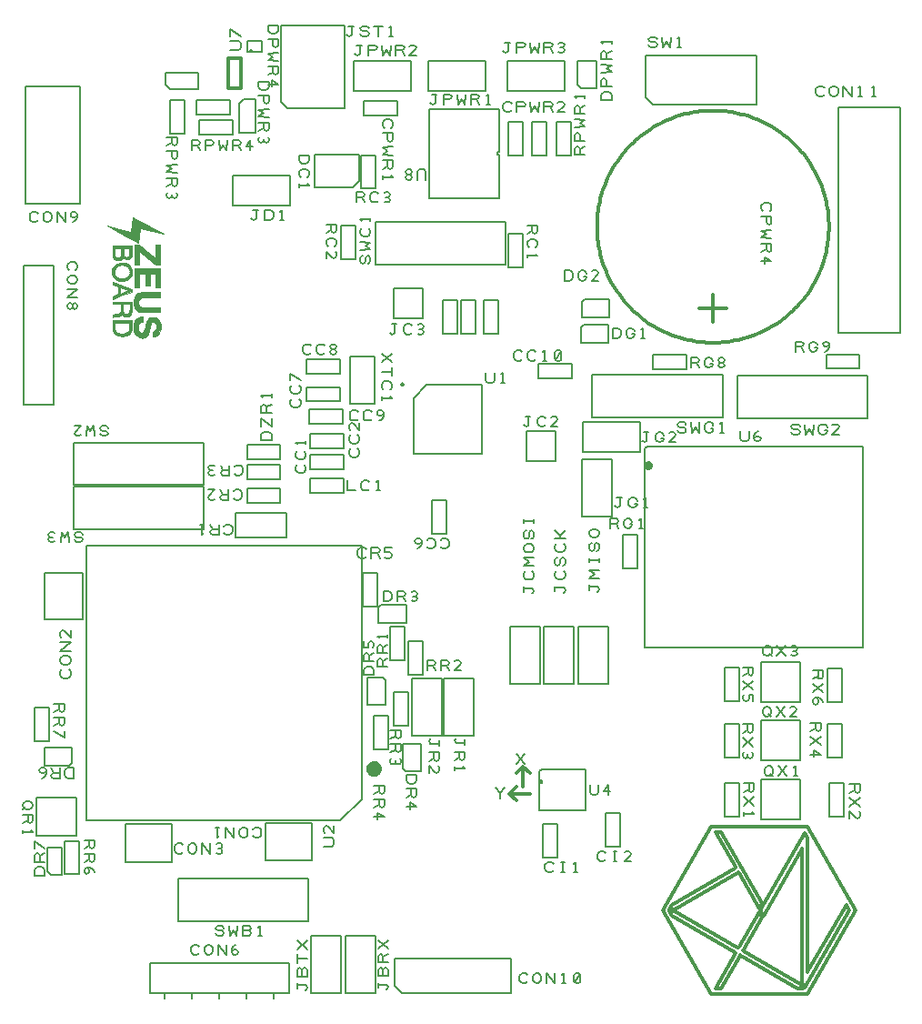
<source format=gbr>
%FSLAX35Y35*%
%MOMM*%
G04 EasyPC Gerber Version 18.0.9 Build 3640 *
%ADD14C,0.05000*%
%ADD11C,0.12700*%
%ADD12C,0.30480*%
%ADD13C,0.35000*%
X0Y0D02*
D02*
D11*
X125310Y1965410D02*
X157060D01*
X172940Y1957470*
X180880Y1949530*
X188810Y1933660*
Y1917780*
X180880Y1901910*
X172940Y1893970*
X157060Y1886030*
X125310*
X109440Y1893970*
X101500Y1901910*
X93560Y1917780*
Y1933660*
X101500Y1949530*
X109440Y1957470*
X125310Y1965410*
X117380Y1909850D02*
X93560Y1886030D01*
Y1838410D02*
X188810D01*
Y1782850*
X180880Y1766970*
X165000Y1759030*
X149130Y1766970*
X141190Y1782850*
Y1838410*
Y1782850D02*
X93560Y1759030D01*
Y1695530D02*
Y1663780D01*
Y1679660D02*
X188810D01*
X172940Y1695530*
X104400Y6948870D02*
Y5653470D01*
X383800*
Y6948870*
X104400*
X237340Y7371530D02*
X229400Y7363590D01*
X213520Y7355650*
X189710*
X173840Y7363590*
X165900Y7371530*
X157960Y7387400*
Y7419150*
X165900Y7435030*
X173840Y7442970*
X189710Y7450900*
X213520*
X229400Y7442970*
X237340Y7435030*
X284960Y7387400D02*
Y7419150D01*
X292900Y7435030*
X300840Y7442970*
X316710Y7450900*
X332590*
X348460Y7442970*
X356400Y7435030*
X364340Y7419150*
Y7387400*
X356400Y7371530*
X348460Y7363590*
X332590Y7355650*
X316710*
X300840Y7363590*
X292900Y7371530*
X284960Y7387400*
X411960Y7355650D02*
Y7450900D01*
X491340Y7355650*
Y7450900*
X562770Y7355650D02*
X578650Y7363590D01*
X594520Y7379470*
X602460Y7403280*
Y7427090*
X594520Y7442970*
X578650Y7450900*
X562770*
X546900Y7442970*
X538960Y7427090*
X546900Y7411220*
X562770Y7403280*
X578650*
X594520Y7411220*
X602460Y7427090*
X208260Y2834870D02*
X342880D01*
Y2522450*
X208260*
Y2834870*
X300730Y3657850D02*
Y4089650D01*
X649980*
Y3657850*
X300730*
X299540Y1271180D02*
X204290D01*
Y1318810*
X212220Y1334680*
X220160Y1342620*
X236040Y1350560*
X267790*
X283660Y1342620*
X291600Y1334680*
X299540Y1318810*
Y1271180*
Y1398180D02*
X204290D01*
Y1453740*
X212220Y1469620*
X228100Y1477560*
X243970Y1469620*
X251910Y1453740*
Y1398180*
Y1453740D02*
X299540Y1477560D01*
Y1525180D02*
X204290Y1588680D01*
Y1525180*
X384970Y2872030D02*
X480220D01*
Y2816470*
X472290Y2800590*
X456410Y2792650*
X440540Y2800590*
X432600Y2816470*
Y2872030*
Y2816470D02*
X384970Y2792650D01*
Y2745030D02*
X480220D01*
Y2689470*
X472290Y2673590*
X456410Y2665650*
X440540Y2673590*
X432600Y2689470*
Y2745030*
Y2689470D02*
X384970Y2665650D01*
Y2618030D02*
X480220Y2554530D01*
Y2618030*
X455320Y1282090D02*
Y1532890D01*
X320070*
Y1315740*
X353720Y1282090*
X455320*
X484280Y1595400D02*
X618900D01*
Y1282980*
X484280*
Y1595400*
X525090Y6907590D02*
X517150Y6915530D01*
X509210Y6931410*
Y6955220*
X517150Y6971090*
X525090Y6979030*
X540960Y6986970*
X572710*
X588590Y6979030*
X596530Y6971090*
X604460Y6955220*
Y6931410*
X596530Y6915530*
X588590Y6907590*
X540960Y6859970D02*
X572710D01*
X588590Y6852030*
X596530Y6844090*
X604460Y6828220*
Y6812340*
X596530Y6796470*
X588590Y6788530*
X572710Y6780590*
X540960*
X525090Y6788530*
X517150Y6796470*
X509210Y6812340*
Y6828220*
X517150Y6844090*
X525090Y6852030*
X540960Y6859970*
X509210Y6732970D02*
X604460D01*
X509210Y6653590*
X604460*
X556840Y6582160D02*
Y6566280D01*
X564780Y6550410*
X580650Y6542470*
X596530Y6550410*
X604460Y6566280*
Y6582160*
X596530Y6598030*
X580650Y6605970*
X564780Y6598030*
X556840Y6582160*
X548900Y6598030*
X533030Y6605970*
X517150Y6598030*
X509210Y6582160*
Y6566280*
X517150Y6550410*
X533030Y6542470*
X548900Y6550410*
X556840Y6566280*
X551240Y2462910D02*
X295990D01*
Y2294960*
X525840*
X551240Y2320360*
Y2462910*
X524580Y3189160D02*
X532520Y3181220D01*
X540460Y3165340*
Y3141530*
X532520Y3125660*
X524580Y3117720*
X508710Y3109780*
X476960*
X461080Y3117720*
X453140Y3125660*
X445210Y3141530*
Y3165340*
X453140Y3181220*
X461080Y3189160*
X508710Y3236780D02*
X476960D01*
X461080Y3244720*
X453140Y3252660*
X445210Y3268530*
Y3284410*
X453140Y3300280*
X461080Y3308220*
X476960Y3316160*
X508710*
X524580Y3308220*
X532520Y3300280*
X540460Y3284410*
Y3268530*
X532520Y3252660*
X524580Y3244720*
X508710Y3236780*
X540460Y3363780D02*
X445210D01*
X540460Y3443160*
X445210*
X540460Y3554280D02*
Y3490780D01*
X484890Y3546340*
X469020Y3554280*
X453140Y3546340*
X445210Y3530470*
Y3506660*
X453140Y3490780*
X567210Y2274450D02*
Y2179200D01*
X519580*
X503710Y2187130*
X495770Y2195070*
X487830Y2210950*
Y2242700*
X495770Y2258570*
X503710Y2266510*
X519580Y2274450*
X567210*
X440210D02*
Y2179200D01*
X384650*
X368770Y2187130*
X360830Y2203010*
X368770Y2218880*
X384650Y2226820*
X440210*
X384650D02*
X360830Y2274450D01*
X313210Y2250630D02*
X305270Y2234760D01*
X289400Y2226820*
X273520*
X257650Y2234760*
X249710Y2250630*
X257650Y2266510*
X273520Y2274450*
X289400*
X305270Y2266510*
X313210Y2250630*
Y2226820*
X305270Y2203010*
X289400Y2187130*
X273520Y2179200*
X593710Y1999590D02*
Y1639590D01*
X223710*
Y1999590*
X593710*
X627860Y8617540D02*
Y7525340D01*
X119860*
Y8617540*
X627860*
X667330Y1600860D02*
X762580D01*
Y1545300*
X754650Y1529420*
X738770Y1521480*
X722900Y1529420*
X714960Y1545300*
Y1600860*
Y1545300D02*
X667330Y1521480D01*
Y1473860D02*
X762580D01*
Y1418300*
X754650Y1402420*
X738770Y1394480*
X722900Y1402420*
X714960Y1418300*
Y1473860*
Y1418300D02*
X667330Y1394480D01*
X691150Y1346860D02*
X707020Y1338920D01*
X714960Y1323050*
Y1307170*
X707020Y1291300*
X691150Y1283360*
X675270Y1291300*
X667330Y1307170*
Y1323050*
X675270Y1338920*
X691150Y1346860*
X714960*
X738770Y1338920*
X754650Y1323050*
X762580Y1307170*
X653030Y4447440D02*
X645090Y4463320D01*
X629220Y4471260*
X597470*
X581590Y4463320*
X573650Y4447440*
X581590Y4431570*
X597470Y4423630*
X629220*
X645090Y4415690*
X653030Y4399820*
X645090Y4383940*
X629220Y4376010*
X597470*
X581590Y4383940*
X573650Y4399820*
X526030Y4376010D02*
X518090Y4471260D01*
X486340Y4423630*
X454590Y4471260*
X446650Y4376010*
X391090Y4463320D02*
X375220Y4471260D01*
X359340*
X343470Y4463320*
X335530Y4447440*
X343470Y4431570*
X359340Y4423630*
X375220*
X359340D02*
X343470Y4415690D01*
X335530Y4399820*
X343470Y4383940*
X359340Y4376010*
X375220*
X391090Y4383940*
X688580Y1785400D02*
Y4345400D01*
X3248580*
Y1985400*
X3048580Y1785400*
X688580*
X890780Y5436480D02*
X882840Y5452360D01*
X866970Y5460300*
X835220*
X819340Y5452360*
X811400Y5436480*
X819340Y5420610*
X835220Y5412670*
X866970*
X882840Y5404730*
X890780Y5388860*
X882840Y5372980*
X866970Y5365050*
X835220*
X819340Y5372980*
X811400Y5388860*
X763780Y5365050D02*
X755840Y5460300D01*
X724090Y5412670*
X692340Y5460300*
X684400Y5365050*
X573280Y5460300D02*
X636780D01*
X581220Y5404730*
X573280Y5388860*
X581220Y5372980*
X597090Y5365050*
X620900*
X636780Y5372980*
X1276500Y174140D02*
X2571900D01*
Y453540*
X1276500*
Y174140*
X1434470Y8146910D02*
X1529720D01*
Y8091350*
X1521790Y8075470*
X1505910Y8067530*
X1490040Y8075470*
X1482100Y8091350*
Y8146910*
Y8091350D02*
X1434470Y8067530D01*
Y8019910D02*
X1529720D01*
Y7964350*
X1521790Y7948470*
X1505910Y7940530*
X1490040Y7948470*
X1482100Y7964350*
Y8019910*
X1529720Y7892910D02*
X1434470Y7884970D01*
X1482100Y7853220*
X1434470Y7821470*
X1529720Y7813530*
X1434470Y7765910D02*
X1529720D01*
Y7710350*
X1521790Y7694470*
X1505910Y7686530*
X1490040Y7694470*
X1482100Y7710350*
Y7765910*
Y7710350D02*
X1434470Y7686530D01*
X1442410Y7630970D02*
X1434470Y7615100D01*
Y7599220*
X1442410Y7583350*
X1458290Y7575410*
X1474160Y7583350*
X1482100Y7599220*
Y7615100*
Y7599220D02*
X1490040Y7583350D01*
X1505910Y7575410*
X1521790Y7583350*
X1529720Y7599220*
Y7615100*
X1521790Y7630970*
X1416200Y186840D02*
Y123340D01*
X1469880Y8488000D02*
X1604500D01*
Y8175580*
X1469880*
Y8488000*
X1479790Y1400720D02*
X1047990D01*
Y1749970*
X1479790*
Y1400720*
X1587360Y1491560D02*
X1579420Y1483620D01*
X1563540Y1475680*
X1539730*
X1523860Y1483620*
X1515920Y1491560*
X1507980Y1507430*
Y1539180*
X1515920Y1555060*
X1523860Y1563000*
X1539730Y1570930*
X1563540*
X1579420Y1563000*
X1587360Y1555060*
X1634980Y1507430D02*
Y1539180D01*
X1642920Y1555060*
X1650860Y1563000*
X1666730Y1570930*
X1682610*
X1698480Y1563000*
X1706420Y1555060*
X1714360Y1539180*
Y1507430*
X1706420Y1491560*
X1698480Y1483620*
X1682610Y1475680*
X1666730*
X1650860Y1483620*
X1642920Y1491560*
X1634980Y1507430*
X1761980Y1475680D02*
Y1570930D01*
X1841360Y1475680*
Y1570930*
X1896920Y1483620D02*
X1912790Y1475680D01*
X1928670*
X1944540Y1483620*
X1952480Y1499500*
X1944540Y1515370*
X1928670Y1523310*
X1912790*
X1928670D02*
X1944540Y1531250D01*
X1952480Y1547120*
X1944540Y1563000*
X1928670Y1570930*
X1912790*
X1896920Y1563000*
X1540060Y849260D02*
X2752910D01*
Y1242960*
X1540060*
Y849260*
X1737300Y550070D02*
X1729360Y542130D01*
X1713480Y534190*
X1689670*
X1673800Y542130*
X1665860Y550070*
X1657920Y565940*
Y597690*
X1665860Y613570*
X1673800Y621510*
X1689670Y629440*
X1713480*
X1729360Y621510*
X1737300Y613570*
X1784920Y565940D02*
Y597690D01*
X1792860Y613570*
X1800800Y621510*
X1816670Y629440*
X1832550*
X1848420Y621510*
X1856360Y613570*
X1864300Y597690*
Y565940*
X1856360Y550070*
X1848420Y542130*
X1832550Y534190*
X1816670*
X1800800Y542130*
X1792860Y550070*
X1784920Y565940*
X1911920Y534190D02*
Y629440D01*
X1991300Y534190*
Y629440*
X2038920Y558010D02*
X2046860Y573880D01*
X2062730Y581820*
X2078610*
X2094480Y573880*
X2102420Y558010*
X2094480Y542130*
X2078610Y534190*
X2062730*
X2046860Y542130*
X2038920Y558010*
Y581820*
X2046860Y605630*
X2062730Y621510*
X2078610Y629440*
X1667430Y8024900D02*
Y8120150D01*
X1722990*
X1738870Y8112220*
X1746810Y8096340*
X1738870Y8080470*
X1722990Y8072530*
X1667430*
X1722990D02*
X1746810Y8024900D01*
X1794430D02*
Y8120150D01*
X1849990*
X1865870Y8112220*
X1873810Y8096340*
X1865870Y8080470*
X1849990Y8072530*
X1794430*
X1921430Y8120150D02*
X1929370Y8024900D01*
X1961120Y8072530*
X1992870Y8024900*
X2000810Y8120150*
X2048430Y8024900D02*
Y8120150D01*
X2103990*
X2119870Y8112220*
X2127810Y8096340*
X2119870Y8080470*
X2103990Y8072530*
X2048430*
X2103990D02*
X2127810Y8024900D01*
X2215120D02*
Y8120150D01*
X2175430Y8056650*
X2238930*
X1670200Y186840D02*
Y123340D01*
X1730690Y8592940D02*
Y8743740D01*
X1419890*
Y8636590*
X1463540Y8592940*
X1730690*
X1736580Y8169230D02*
Y8303850D01*
X2049000*
Y8169230*
X1736580*
X1778950Y4891630D02*
X566100D01*
Y4497930*
X1778950*
Y4891630*
Y5300560D02*
X566100D01*
Y4906860*
X1778950*
Y5300560*
X1889330Y735530D02*
X1897270Y719650D01*
X1913140Y711710*
X1944890*
X1960770Y719650*
X1968710Y735530*
X1960770Y751400*
X1944890Y759340*
X1913140*
X1897270Y767280*
X1889330Y783150*
X1897270Y799030*
X1913140Y806960*
X1944890*
X1960770Y799030*
X1968710Y783150*
X2016330Y806960D02*
X2024270Y711710D01*
X2056020Y759340*
X2087770Y711710*
X2095710Y806960*
X2198890Y759340D02*
X2214770Y751400D01*
X2222710Y735530*
X2214770Y719650*
X2198890Y711710*
X2143330*
Y806960*
X2198890*
X2214770Y799030*
X2222710Y783150*
X2214770Y767280*
X2198890Y759340*
X2143330*
X2286210Y711710D02*
X2317960D01*
X2302080D02*
Y806960D01*
X2286210Y791090*
X1924200Y186840D02*
Y123340D01*
X2023600Y8494350D02*
Y8359730D01*
X1711180*
Y8494350*
X2023600*
X1968450Y4525120D02*
X1976390Y4533060D01*
X1992270Y4541000*
X2016080*
X2031950Y4533060*
X2039890Y4525120*
X2047830Y4509250*
Y4477500*
X2039890Y4461620*
X2031950Y4453680*
X2016080Y4445750*
X1992270*
X1976390Y4453680*
X1968450Y4461620*
X1920830Y4541000D02*
Y4445750D01*
X1865270*
X1849390Y4453680*
X1841450Y4469560*
X1849390Y4485430*
X1865270Y4493370*
X1920830*
X1865270D02*
X1841450Y4541000D01*
X1777950D02*
X1746200D01*
X1762080D02*
Y4445750D01*
X1777950Y4461620*
X2053750Y7506350D02*
X2587150D01*
Y7785750*
X2053750*
Y7506350*
X2109490Y8189090D02*
X2260290D01*
Y8499890*
X2153140*
X2109490Y8456240*
Y8189090*
X2057210Y4848460D02*
X2065150Y4856400D01*
X2081030Y4864340*
X2104840*
X2120710Y4856400*
X2128650Y4848460*
X2136590Y4832590*
Y4800840*
X2128650Y4784960*
X2120710Y4777020*
X2104840Y4769090*
X2081030*
X2065150Y4777020*
X2057210Y4784960*
X2009590Y4864340D02*
Y4769090D01*
X1954030*
X1938150Y4777020*
X1930210Y4792900*
X1938150Y4808770*
X1954030Y4816710*
X2009590*
X1954030D02*
X1930210Y4864340D01*
X1819090D02*
X1882590D01*
X1827030Y4808770*
X1819090Y4792900*
X1827030Y4777020*
X1842900Y4769090*
X1866710*
X1882590Y4777020*
X2063550Y5076700D02*
X2071490Y5084640D01*
X2087370Y5092580*
X2111180*
X2127050Y5084640*
X2134990Y5076700*
X2142930Y5060830*
Y5029080*
X2134990Y5013200*
X2127050Y5005260*
X2111180Y4997330*
X2087370*
X2071490Y5005260*
X2063550Y5013200*
X2015930Y5092580D02*
Y4997330D01*
X1960370*
X1944490Y5005260*
X1936550Y5021140*
X1944490Y5037010*
X1960370Y5044950*
X2015930*
X1960370D02*
X1936550Y5092580D01*
X1880990Y5084640D02*
X1865120Y5092580D01*
X1849240*
X1833370Y5084640*
X1825430Y5068760*
X1833370Y5052890*
X1849240Y5044950*
X1865120*
X1849240D02*
X1833370Y5037010D01*
X1825430Y5021140*
X1833370Y5005260*
X1849240Y4997330*
X1865120*
X1880990Y5005260*
X2027730Y8960440D02*
X2099160D01*
X2115040Y8968380*
X2122980Y8984250*
Y9016000*
X2115040Y9031880*
X2099160Y9039820*
X2027730*
X2122980Y9087440D02*
X2027730Y9150940D01*
Y9087440*
X2178200Y186840D02*
Y123340D01*
X2181610Y4739210D02*
Y4873830D01*
X2494030*
Y4739210*
X2181610*
Y4961110D02*
Y5095730D01*
X2494030*
Y4961110*
X2181610*
X2181810Y8943290D02*
X2319610D01*
Y9041090*
X2181810*
Y8943290*
X2210360Y8950640D02*
X2210720Y8948370D01*
X2211760Y8946320*
X2213390Y8944690*
X2215440Y8943650*
X2217710Y8943290*
X2219980Y8943650*
X2222030Y8944690*
X2223660Y8946320*
X2224700Y8948370*
X2225060Y8950640*
X2224700Y8952910*
X2223660Y8954960*
X2222030Y8956590*
X2219980Y8957630*
X2217710Y8957990*
X2215440Y8957630*
X2213390Y8956590*
X2211760Y8954960*
X2210720Y8952910*
X2210360Y8950640*
G36*
X2210720Y8948370*
X2211760Y8946320*
X2213390Y8944690*
X2215440Y8943650*
X2217710Y8943290*
X2219980Y8943650*
X2222030Y8944690*
X2223660Y8946320*
X2224700Y8948370*
X2225060Y8950640*
X2224700Y8952910*
X2223660Y8954960*
X2222030Y8956590*
X2219980Y8957630*
X2217710Y8957990*
X2215440Y8957630*
X2213390Y8956590*
X2211760Y8954960*
X2210720Y8952910*
X2210360Y8950640*
G37*
X2222180Y7390930D02*
X2230120Y7382990D01*
X2245990Y7375050*
X2261870Y7382990*
X2269810Y7390930*
Y7470300*
X2285680*
X2269810D02*
X2238060D01*
X2349180Y7375050D02*
Y7470300D01*
X2396810*
X2412680Y7462370*
X2420620Y7454430*
X2428560Y7438550*
Y7406800*
X2420620Y7390930*
X2412680Y7382990*
X2396810Y7375050*
X2349180*
X2492060D02*
X2523810D01*
X2507930D02*
Y7470300D01*
X2492060Y7454430*
X2290370Y8663620D02*
X2385620D01*
Y8615990*
X2377690Y8600120*
X2369750Y8592180*
X2353870Y8584240*
X2322120*
X2306250Y8592180*
X2298310Y8600120*
X2290370Y8615990*
Y8663620*
Y8536620D02*
X2385620D01*
Y8481060*
X2377690Y8465180*
X2361810Y8457240*
X2345940Y8465180*
X2338000Y8481060*
Y8536620*
X2385620Y8409620D02*
X2290370Y8401680D01*
X2338000Y8369930*
X2290370Y8338180*
X2385620Y8330240*
X2290370Y8282620D02*
X2385620D01*
Y8227060*
X2377690Y8211180*
X2361810Y8203240*
X2345940Y8211180*
X2338000Y8227060*
Y8282620*
Y8227060D02*
X2290370Y8203240D01*
X2298310Y8147680D02*
X2290370Y8131810D01*
Y8115930*
X2298310Y8100060*
X2314190Y8092120*
X2330060Y8100060*
X2338000Y8115930*
Y8131810*
Y8115930D02*
X2345940Y8100060D01*
X2361810Y8092120*
X2377690Y8100060*
X2385620Y8115930*
Y8131810*
X2377690Y8147680*
X2236950Y1703820D02*
X2244890Y1711760D01*
X2260770Y1719700*
X2284580*
X2300450Y1711760*
X2308390Y1703820*
X2316330Y1687950*
Y1656200*
X2308390Y1640320*
X2300450Y1632380*
X2284580Y1624450*
X2260770*
X2244890Y1632380*
X2236950Y1640320*
X2189330Y1687950D02*
Y1656200D01*
X2181390Y1640320*
X2173450Y1632380*
X2157580Y1624450*
X2141700*
X2125830Y1632380*
X2117890Y1640320*
X2109950Y1656200*
Y1687950*
X2117890Y1703820*
X2125830Y1711760*
X2141700Y1719700*
X2157580*
X2173450Y1711760*
X2181390Y1703820*
X2189330Y1687950*
X2062330Y1719700D02*
Y1624450D01*
X1982950Y1719700*
Y1624450*
X1919450Y1719700D02*
X1887700D01*
X1903580D02*
Y1624450D01*
X1919450Y1640320*
X2379130Y9186670D02*
X2474380D01*
Y9139040*
X2466450Y9123170*
X2458510Y9115230*
X2442630Y9107290*
X2410880*
X2395010Y9115230*
X2387070Y9123170*
X2379130Y9139040*
Y9186670*
Y9059670D02*
X2474380D01*
Y9004110*
X2466450Y8988230*
X2450570Y8980290*
X2434700Y8988230*
X2426760Y9004110*
Y9059670*
X2474380Y8932670D02*
X2379130Y8924730D01*
X2426760Y8892980*
X2379130Y8861230*
X2474380Y8853290*
X2379130Y8805670D02*
X2474380D01*
Y8750110*
X2466450Y8734230*
X2450570Y8726290*
X2434700Y8734230*
X2426760Y8750110*
Y8805670*
Y8750110D02*
X2379130Y8726290D01*
Y8638980D02*
X2474380D01*
X2410880Y8678670*
Y8615170*
X2432200Y186840D02*
Y123340D01*
X2410760Y5325610D02*
X2315510D01*
Y5373240*
X2323440Y5389110*
X2331380Y5397050*
X2347260Y5404990*
X2379010*
X2394880Y5397050*
X2402820Y5389110*
X2410760Y5373240*
Y5325610*
X2315510Y5452610D02*
Y5531990D01*
X2410760Y5452610*
Y5531990*
Y5579610D02*
X2315510D01*
Y5635170*
X2323440Y5651050*
X2339320Y5658990*
X2355190Y5651050*
X2363130Y5635170*
Y5579610*
Y5635170D02*
X2410760Y5658990D01*
Y5722490D02*
Y5754240D01*
Y5738360D02*
X2315510D01*
X2331380Y5722490*
X2494030Y5285140D02*
Y5150520D01*
X2181610*
Y5285140*
X2494030*
X2497640Y9189040D02*
X3094540D01*
Y8414340*
X2561140*
X2497640Y8477840*
Y9189040*
X2549440Y4651780D02*
X2072440D01*
Y4420780*
X2549440*
Y4651780*
X2665900Y7979120D02*
X2761150D01*
Y7931490*
X2753220Y7915620*
X2745280Y7907680*
X2729400Y7899740*
X2697650*
X2681780Y7907680*
X2673840Y7915620*
X2665900Y7931490*
Y7979120*
X2681780Y7772740D02*
X2673840Y7780680D01*
X2665900Y7796560*
Y7820370*
X2673840Y7836240*
X2681780Y7844180*
X2697650Y7852120*
X2729400*
X2745280Y7844180*
X2753220Y7836240*
X2761150Y7820370*
Y7796560*
X2753220Y7780680*
X2745280Y7772740*
X2665900Y7709240D02*
Y7677490D01*
Y7693370D02*
X2761150D01*
X2745280Y7709240*
X2779350Y6139120D02*
X2771410Y6131180D01*
X2755530Y6123240*
X2731720*
X2715850Y6131180*
X2707910Y6139120*
X2699970Y6154990*
Y6186740*
X2707910Y6202620*
X2715850Y6210560*
X2731720Y6218490*
X2755530*
X2771410Y6210560*
X2779350Y6202620*
X2906350Y6139120D02*
X2898410Y6131180D01*
X2882530Y6123240*
X2858720*
X2842850Y6131180*
X2834910Y6139120*
X2826970Y6154990*
Y6186740*
X2834910Y6202620*
X2842850Y6210560*
X2858720Y6218490*
X2882530*
X2898410Y6210560*
X2906350Y6202620*
X2977780Y6170870D02*
X2993660D01*
X3009530Y6178810*
X3017470Y6194680*
X3009530Y6210560*
X2993660Y6218490*
X2977780*
X2961910Y6210560*
X2953970Y6194680*
X2961910Y6178810*
X2977780Y6170870*
X2961910Y6162930*
X2953970Y6147060*
X2961910Y6131180*
X2977780Y6123240*
X2993660*
X3009530Y6131180*
X3017470Y6147060*
X3009530Y6162930*
X2993660Y6170870*
X2665170Y5709310D02*
X2673110Y5701370D01*
X2681050Y5685490*
Y5661680*
X2673110Y5645810*
X2665170Y5637870*
X2649300Y5629930*
X2617550*
X2601670Y5637870*
X2593730Y5645810*
X2585800Y5661680*
Y5685490*
X2593730Y5701370*
X2601670Y5709310*
X2665170Y5836310D02*
X2673110Y5828370D01*
X2681050Y5812490*
Y5788680*
X2673110Y5772810*
X2665170Y5764870*
X2649300Y5756930*
X2617550*
X2601670Y5764870*
X2593730Y5772810*
X2585800Y5788680*
Y5812490*
X2593730Y5828370*
X2601670Y5836310*
X2681050Y5883930D02*
X2585800Y5947430D01*
Y5883930*
X2734260Y5685410D02*
Y5820030D01*
X3046680*
Y5685410*
X2734260*
Y5943220D02*
Y6077840D01*
X3046680*
Y5943220*
X2734260*
X2715050Y5097500D02*
X2722990Y5089560D01*
X2730930Y5073680*
Y5049870*
X2722990Y5034000*
X2715050Y5026060*
X2699180Y5018120*
X2667430*
X2651550Y5026060*
X2643610Y5034000*
X2635680Y5049870*
Y5073680*
X2643610Y5089560*
X2651550Y5097500*
X2715050Y5224500D02*
X2722990Y5216560D01*
X2730930Y5200680*
Y5176870*
X2722990Y5161000*
X2715050Y5153060*
X2699180Y5145120*
X2667430*
X2651550Y5153060*
X2643610Y5161000*
X2635680Y5176870*
Y5200680*
X2643610Y5216560*
X2651550Y5224500*
X2730930Y5288000D02*
Y5319750D01*
Y5303870D02*
X2635680D01*
X2651550Y5288000*
X2727730Y206060D02*
X2735670Y214000D01*
X2743610Y229870*
X2735670Y245750*
X2727730Y253690*
X2648360*
Y269560*
Y253690D02*
Y221940D01*
X2695980Y388620D02*
X2703920Y404500D01*
X2719790Y412440*
X2735670Y404500*
X2743610Y388620*
Y333060*
X2648360*
Y388620*
X2656290Y404500*
X2672170Y412440*
X2688040Y404500*
X2695980Y388620*
Y333060*
X2743610Y499750D02*
X2648360D01*
Y460060D02*
Y539440D01*
X2743610Y587060D02*
X2648360Y666440D01*
Y587060D02*
X2743610Y666440D01*
X2769490Y4833520D02*
Y4968140D01*
X3081910*
Y4833520*
X2769490*
Y5057730D02*
Y5192350D01*
X3081910*
Y5057730*
X2769490*
Y5248230D02*
Y5382850D01*
X3081910*
Y5248230*
X2769490*
X2785830Y1410230D02*
X2354030D01*
Y1759480*
X2785830*
Y1410230*
X2814990Y7984820D02*
X3227840D01*
Y7737820*
X3228190*
X3171040Y7680670*
X2814990*
Y7984820*
X2919900Y7335650D02*
X3015150D01*
Y7280090*
X3007220Y7264210*
X2991340Y7256270*
X2975470Y7264210*
X2967530Y7280090*
Y7335650*
Y7280090D02*
X2919900Y7256270D01*
X2935780Y7129270D02*
X2927840Y7137210D01*
X2919900Y7153090*
Y7176900*
X2927840Y7192770*
X2935780Y7200710*
X2951650Y7208650*
X2983400*
X2999280Y7200710*
X3007220Y7192770*
X3015150Y7176900*
Y7153090*
X3007220Y7137210*
X2999280Y7129270*
X2919900Y7018150D02*
Y7081650D01*
X2975470Y7026090*
X2991340Y7018150*
X3007220Y7026090*
X3015150Y7041960*
Y7065770*
X3007220Y7081650*
X2897840Y1544710D02*
X2969270D01*
X2985150Y1552650*
X2993090Y1568520*
Y1600270*
X2985150Y1616150*
X2969270Y1624090*
X2897840*
X2993090Y1735210D02*
Y1671710D01*
X2937520Y1727270*
X2921650Y1735210*
X2905770Y1727270*
X2897840Y1711400*
Y1687590*
X2905770Y1671710*
X3059280Y177110D02*
Y710510D01*
X2779880*
Y177110*
X3059280*
X3075790Y5611450D02*
Y5476830D01*
X2763370*
Y5611450*
X3075790*
X3111990Y9101730D02*
X3119930Y9093790D01*
X3135800Y9085850*
X3151680Y9093790*
X3159620Y9101730*
Y9181100*
X3175490*
X3159620D02*
X3127870D01*
X3238990Y9109670D02*
X3246930Y9093790D01*
X3262800Y9085850*
X3294550*
X3310430Y9093790*
X3318370Y9109670*
X3310430Y9125540*
X3294550Y9133480*
X3262800*
X3246930Y9141420*
X3238990Y9157290*
X3246930Y9173170*
X3262800Y9181100*
X3294550*
X3310430Y9173170*
X3318370Y9157290*
X3405680Y9085850D02*
Y9181100D01*
X3365990D02*
X3445370D01*
X3508870Y9085850D02*
X3540620D01*
X3524740D02*
Y9181100D01*
X3508870Y9165230*
X3116120Y4951330D02*
Y4856080D01*
X3195500*
X3322500Y4871960D02*
X3314560Y4864020D01*
X3298680Y4856080*
X3274870*
X3259000Y4864020*
X3251060Y4871960*
X3243120Y4887830*
Y4919580*
X3251060Y4935460*
X3259000Y4943400*
X3274870Y4951330*
X3298680*
X3314560Y4943400*
X3322500Y4935460*
X3386000Y4856080D02*
X3417750D01*
X3401870D02*
Y4951330D01*
X3386000Y4935460*
X3217690Y5523800D02*
X3209750Y5515860D01*
X3193870Y5507920*
X3170060*
X3154190Y5515860*
X3146250Y5523800*
X3138310Y5539670*
Y5571420*
X3146250Y5587300*
X3154190Y5595240*
X3170060Y5603170*
X3193870*
X3209750Y5595240*
X3217690Y5587300*
X3344690Y5523800D02*
X3336750Y5515860D01*
X3320870Y5507920*
X3297060*
X3281190Y5515860*
X3273250Y5523800*
X3265310Y5539670*
Y5571420*
X3273250Y5587300*
X3281190Y5595240*
X3297060Y5603170*
X3320870*
X3336750Y5595240*
X3344690Y5587300*
X3416120Y5507920D02*
X3432000Y5515860D01*
X3447870Y5531740*
X3455810Y5555550*
Y5579360*
X3447870Y5595240*
X3432000Y5603170*
X3416120*
X3400250Y5595240*
X3392310Y5579360*
X3400250Y5563490*
X3416120Y5555550*
X3432000*
X3447870Y5563490*
X3455810Y5579360*
X3145870Y6103930D02*
Y5663130D01*
X3371670*
Y6103930*
X3145870*
X3175490Y8579440D02*
X3708890D01*
Y8858840*
X3175490*
Y8579440*
X3188190Y8923930D02*
X3196130Y8915990D01*
X3212000Y8908050*
X3227880Y8915990*
X3235820Y8923930*
Y9003300*
X3251690*
X3235820D02*
X3204070D01*
X3315190Y8908050D02*
Y9003300D01*
X3370750*
X3386630Y8995370*
X3394570Y8979490*
X3386630Y8963620*
X3370750Y8955680*
X3315190*
X3442190Y9003300D02*
X3450130Y8908050D01*
X3481880Y8955680*
X3513630Y8908050*
X3521570Y9003300*
X3569190Y8908050D02*
Y9003300D01*
X3624750*
X3640630Y8995370*
X3648570Y8979490*
X3640630Y8963620*
X3624750Y8955680*
X3569190*
X3624750D02*
X3648570Y8908050D01*
X3759690D02*
X3696190D01*
X3751750Y8963620*
X3759690Y8979490*
X3751750Y8995370*
X3735880Y9003300*
X3712070*
X3696190Y8995370*
X3192000Y7014340D02*
X3057380D01*
Y7326760*
X3192000*
Y7014340*
X3198540Y7539890D02*
Y7635140D01*
X3254100*
X3269980Y7627210*
X3277920Y7611330*
X3269980Y7595460*
X3254100Y7587520*
X3198540*
X3254100D02*
X3277920Y7539890D01*
X3404920Y7555770D02*
X3396980Y7547830D01*
X3381100Y7539890*
X3357290*
X3341420Y7547830*
X3333480Y7555770*
X3325540Y7571640*
Y7603390*
X3333480Y7619270*
X3341420Y7627210*
X3357290Y7635140*
X3381100*
X3396980Y7627210*
X3404920Y7619270*
X3460480Y7547830D02*
X3476350Y7539890D01*
X3492230*
X3508100Y7547830*
X3516040Y7563710*
X3508100Y7579580*
X3492230Y7587520*
X3476350*
X3492230D02*
X3508100Y7595460D01*
X3516040Y7611330*
X3508100Y7627210*
X3492230Y7635140*
X3476350*
X3460480Y7627210*
X3292950Y4244180D02*
X3285010Y4236240D01*
X3269130Y4228300*
X3245320*
X3229450Y4236240*
X3221510Y4244180*
X3213570Y4260050*
Y4291800*
X3221510Y4307680*
X3229450Y4315620*
X3245320Y4323550*
X3269130*
X3285010Y4315620*
X3292950Y4307680*
X3340570Y4228300D02*
Y4323550D01*
X3396130*
X3412010Y4315620*
X3419950Y4299740*
X3412010Y4283870*
X3396130Y4275930*
X3340570*
X3396130D02*
X3419950Y4228300D01*
X3467570Y4236240D02*
X3483450Y4228300D01*
X3507260*
X3523130Y4236240*
X3531070Y4252120*
Y4260050*
X3523130Y4275930*
X3507260Y4283870*
X3467570*
Y4323550*
X3531070*
X3212740Y5246490D02*
X3220680Y5238550D01*
X3228620Y5222670*
Y5198860*
X3220680Y5182990*
X3212740Y5175050*
X3196870Y5167110*
X3165120*
X3149240Y5175050*
X3141300Y5182990*
X3133370Y5198860*
Y5222670*
X3141300Y5238550*
X3149240Y5246490*
X3212740Y5373490D02*
X3220680Y5365550D01*
X3228620Y5349670*
Y5325860*
X3220680Y5309990*
X3212740Y5302050*
X3196870Y5294110*
X3165120*
X3149240Y5302050*
X3141300Y5309990*
X3133370Y5325860*
Y5349670*
X3141300Y5365550*
X3149240Y5373490*
X3228620Y5484610D02*
Y5421110D01*
X3173050Y5476670*
X3157180Y5484610*
X3141300Y5476670*
X3133370Y5460800*
Y5436990*
X3141300Y5421110*
X3264370Y4090190D02*
X3398990D01*
Y3777770*
X3264370*
Y4090190*
X3273280Y8347030D02*
Y8481650D01*
X3585700*
Y8347030*
X3273280*
X3302080Y2265400D02*
X3302480Y2258290D01*
X3303670Y2251270*
X3305640Y2244430*
X3308360Y2237850*
X3311800Y2231620*
X3315920Y2225810*
X3320660Y2220500*
X3325970Y2215750*
X3331780Y2211630*
X3338010Y2208180*
X3344590Y2205450*
X3351430Y2203480*
X3358450Y2202290*
X3365560Y2201890*
X3372670Y2202290*
X3379690Y2203480*
X3386530Y2205450*
X3393110Y2208170*
X3399340Y2211610*
X3405150Y2215730*
X3410460Y2220470*
X3415210Y2225780*
X3419330Y2231590*
X3422780Y2237820*
X3425510Y2244400*
X3427480Y2251240*
X3428680Y2258260*
X3429080Y2265400*
X3428680Y2272510*
X3427490Y2279530*
X3425520Y2286370*
X3422800Y2292950*
X3419360Y2299180*
X3415240Y2304990*
X3410500Y2310300*
X3405190Y2315050*
X3399380Y2319170*
X3393150Y2322620*
X3386570Y2325350*
X3379730Y2327320*
X3372710Y2328510*
X3365600Y2328910*
X3358490Y2328510*
X3351470Y2327320*
X3344630Y2325350*
X3338050Y2322630*
X3331820Y2319190*
X3326010Y2315070*
X3320700Y2310330*
X3315950Y2305020*
X3311830Y2299210*
X3308380Y2292980*
X3305650Y2286400*
X3303680Y2279560*
X3302480Y2272540*
X3302080Y2265400*
G36*
X3302480Y2258290*
X3303670Y2251270*
X3305640Y2244430*
X3308360Y2237850*
X3311800Y2231620*
X3315920Y2225810*
X3320660Y2220500*
X3325970Y2215750*
X3331780Y2211630*
X3338010Y2208180*
X3344590Y2205450*
X3351430Y2203480*
X3358450Y2202290*
X3365560Y2201890*
X3372670Y2202290*
X3379690Y2203480*
X3386530Y2205450*
X3393110Y2208170*
X3399340Y2211610*
X3405150Y2215730*
X3410460Y2220470*
X3415210Y2225780*
X3419330Y2231590*
X3422780Y2237820*
X3425510Y2244400*
X3427480Y2251240*
X3428680Y2258260*
X3429080Y2265400*
X3428680Y2272510*
X3427490Y2279530*
X3425520Y2286370*
X3422800Y2292950*
X3419360Y2299180*
X3415240Y2304990*
X3410500Y2310300*
X3405190Y2315050*
X3399380Y2319170*
X3393150Y2322620*
X3386570Y2325350*
X3379730Y2327320*
X3372710Y2328510*
X3365600Y2328910*
X3358490Y2328510*
X3351470Y2327320*
X3344630Y2325350*
X3338050Y2322630*
X3331820Y2319190*
X3326010Y2315070*
X3320700Y2310330*
X3315950Y2305020*
X3311830Y2299210*
X3308380Y2292980*
X3305650Y2286400*
X3303680Y2279560*
X3302480Y2272540*
X3302080Y2265400*
G37*
X3306510Y3116000D02*
Y2860750D01*
X3474460*
Y3090600*
X3449060Y3116000*
X3306510*
X3365000Y2111230D02*
X3460250D01*
Y2055670*
X3452320Y2039790*
X3436440Y2031850*
X3420570Y2039790*
X3412630Y2055670*
Y2111230*
Y2055670D02*
X3365000Y2031850D01*
Y1984230D02*
X3460250D01*
Y1928670*
X3452320Y1912790*
X3436440Y1904850*
X3420570Y1912790*
X3412630Y1928670*
Y1984230*
Y1928670D02*
X3365000Y1904850D01*
Y1817540D02*
X3460250D01*
X3396750Y1857230*
Y1793730*
X3308160Y6966540D02*
X3324040Y6974480D01*
X3331980Y6990350*
Y7022100*
X3324040Y7037980*
X3308160Y7045920*
X3292290Y7037980*
X3284350Y7022100*
Y6990350*
X3276410Y6974480*
X3260540Y6966540*
X3244660Y6974480*
X3236730Y6990350*
Y7022100*
X3244660Y7037980*
X3260540Y7045920*
X3236730Y7093540D02*
X3331980Y7101480D01*
X3284350Y7133230*
X3331980Y7164980*
X3236730Y7172920*
X3316100Y7299920D02*
X3324040Y7291980D01*
X3331980Y7276100*
Y7252290*
X3324040Y7236420*
X3316100Y7228480*
X3300230Y7220540*
X3268480*
X3252600Y7228480*
X3244660Y7236420*
X3236730Y7252290*
Y7276100*
X3244660Y7291980*
X3252600Y7299920*
X3331980Y7363420D02*
Y7395170D01*
Y7379290D02*
X3236730D01*
X3252600Y7363420*
X3375890Y6960190D02*
X4588740D01*
Y7353890*
X3375890*
Y6960190*
X3379450Y177110D02*
Y710510D01*
X3100050*
Y177110*
X3379450*
X3382500Y7667360D02*
X3247880D01*
Y7979780*
X3382500*
Y7667360*
X3364930Y3138310D02*
X3269680D01*
Y3185940*
X3277610Y3201810*
X3285550Y3209750*
X3301430Y3217690*
X3333180*
X3349050Y3209750*
X3356990Y3201810*
X3364930Y3185940*
Y3138310*
Y3265310D02*
X3269680D01*
Y3320870*
X3277610Y3336750*
X3293490Y3344690*
X3309360Y3336750*
X3317300Y3320870*
Y3265310*
Y3320870D02*
X3364930Y3344690D01*
X3356990Y3392310D02*
X3364930Y3408190D01*
Y3432000*
X3356990Y3447870*
X3341110Y3455810*
X3333180*
X3317300Y3447870*
X3309360Y3432000*
Y3392310*
X3269680*
Y3455810*
X3407880Y3626680D02*
X3663130D01*
Y3794630*
X3433280*
X3407880Y3769230*
Y3626680*
X3434980Y6129330D02*
X3530230Y6049950D01*
Y6129330D02*
X3434980Y6049950D01*
Y5962640D02*
X3530230D01*
Y6002330D02*
Y5922950D01*
X3450860Y5795950D02*
X3442920Y5803890D01*
X3434980Y5819770*
Y5843580*
X3442920Y5859450*
X3450860Y5867390*
X3466730Y5875330*
X3498480*
X3514360Y5867390*
X3522300Y5859450*
X3530230Y5843580*
Y5819770*
X3522300Y5803890*
X3514360Y5795950*
X3434980Y5732450D02*
Y5700700D01*
Y5716580D02*
X3530230D01*
X3514360Y5732450*
X3460130Y8232370D02*
X3452190Y8240310D01*
X3444250Y8256190*
Y8280000*
X3452190Y8295870*
X3460130Y8303810*
X3476000Y8311750*
X3507750*
X3523630Y8303810*
X3531570Y8295870*
X3539500Y8280000*
Y8256190*
X3531570Y8240310*
X3523630Y8232370*
X3444250Y8184750D02*
X3539500D01*
Y8129190*
X3531570Y8113310*
X3515690Y8105370*
X3499820Y8113310*
X3491880Y8129190*
Y8184750*
X3539500Y8057750D02*
X3444250Y8049810D01*
X3491880Y8018060*
X3444250Y7986310*
X3539500Y7978370*
X3444250Y7930750D02*
X3539500D01*
Y7875190*
X3531570Y7859310*
X3515690Y7851370*
X3499820Y7859310*
X3491880Y7875190*
Y7930750*
Y7875190D02*
X3444250Y7851370D01*
Y7787870D02*
Y7756120D01*
Y7772000D02*
X3539500D01*
X3523630Y7787870*
X3452140Y3824650D02*
Y3919900D01*
X3499770*
X3515640Y3911970*
X3523580Y3904030*
X3531520Y3888150*
Y3856400*
X3523580Y3840530*
X3515640Y3832590*
X3499770Y3824650*
X3452140*
X3579140D02*
Y3919900D01*
X3634700*
X3650580Y3911970*
X3658520Y3896090*
X3650580Y3880220*
X3634700Y3872280*
X3579140*
X3634700D02*
X3658520Y3824650D01*
X3714080Y3832590D02*
X3729950Y3824650D01*
X3745830*
X3761700Y3832590*
X3769640Y3848470*
X3761700Y3864340*
X3745830Y3872280*
X3729950*
X3745830D02*
X3761700Y3880220D01*
X3769640Y3896090*
X3761700Y3911970*
X3745830Y3919900*
X3729950*
X3714080Y3911970*
X3517160Y2624770D02*
X3612410D01*
Y2569210*
X3604480Y2553330*
X3588600Y2545390*
X3572730Y2553330*
X3564790Y2569210*
Y2624770*
Y2569210D02*
X3517160Y2545390D01*
Y2497770D02*
X3612410D01*
Y2442210*
X3604480Y2426330*
X3588600Y2418390*
X3572730Y2426330*
X3564790Y2442210*
Y2497770*
Y2442210D02*
X3517160Y2418390D01*
X3525100Y2362830D02*
X3517160Y2346960D01*
Y2331080*
X3525100Y2315210*
X3540980Y2307270*
X3556850Y2315210*
X3564790Y2331080*
Y2346960*
Y2331080D02*
X3572730Y2315210D01*
X3588600Y2307270*
X3604480Y2315210*
X3612410Y2331080*
Y2346960*
X3604480Y2362830*
X3500430Y2446370D02*
X3365810D01*
Y2758790*
X3500430*
Y2446370*
X3511630Y3586160D02*
X3646250D01*
Y3273740*
X3511630*
Y3586160*
X3512090Y6325810D02*
X3520030Y6317870D01*
X3535900Y6309930*
X3551780Y6317870*
X3559720Y6325810*
Y6405180*
X3575590*
X3559720D02*
X3527970D01*
X3718470Y6325810D02*
X3710530Y6317870D01*
X3694650Y6309930*
X3670840*
X3654970Y6317870*
X3647030Y6325810*
X3639090Y6341680*
Y6373430*
X3647030Y6389310*
X3654970Y6397250*
X3670840Y6405180*
X3694650*
X3710530Y6397250*
X3718470Y6389310*
X3774030Y6317870D02*
X3789900Y6309930D01*
X3805780*
X3821650Y6317870*
X3829590Y6333750*
X3821650Y6349620*
X3805780Y6357560*
X3789900*
X3805780D02*
X3821650Y6365500D01*
X3829590Y6381370*
X3821650Y6397250*
X3805780Y6405180*
X3789900*
X3774030Y6397250*
X3491730Y3214390D02*
X3396480D01*
Y3269950*
X3404410Y3285830*
X3420290Y3293770*
X3436160Y3285830*
X3444100Y3269950*
Y3214390*
Y3269950D02*
X3491730Y3293770D01*
Y3341390D02*
X3396480D01*
Y3396950*
X3404410Y3412830*
X3420290Y3420770*
X3436160Y3412830*
X3444100Y3396950*
Y3341390*
Y3396950D02*
X3491730Y3420770D01*
Y3484270D02*
Y3516020D01*
Y3500140D02*
X3396480D01*
X3412350Y3484270*
X3482190Y209230D02*
X3490130Y217170D01*
X3498070Y233040*
X3490130Y248920*
X3482190Y256860*
X3402820*
Y272730*
Y256860D02*
Y225110D01*
X3450440Y391790D02*
X3458380Y407670D01*
X3474250Y415610*
X3490130Y407670*
X3498070Y391790*
Y336230*
X3402820*
Y391790*
X3410750Y407670*
X3426630Y415610*
X3442500Y407670*
X3450440Y391790*
Y336230*
X3498070Y463230D02*
X3402820D01*
Y518790*
X3410750Y534670*
X3426630Y542610*
X3442500Y534670*
X3450440Y518790*
Y463230*
Y518790D02*
X3498070Y542610D01*
Y590230D02*
X3402820Y669610D01*
Y590230D02*
X3498070Y669610D01*
X3550190Y6457080D02*
X3823240D01*
Y6736480*
X3550190*
Y6457080*
X3559320Y497700D02*
X4638320D01*
Y180700*
X3622820*
X3559320Y244200*
Y497700*
X3629290Y5857240D02*
X3626390Y5856860D01*
X3623690Y5855740*
X3621370Y5853960*
X3619590Y5851640*
X3618470Y5848940*
X3618090Y5846040*
X3618470Y5843140*
X3619590Y5840440*
X3621370Y5838120*
X3623690Y5836340*
X3626390Y5835220*
X3629290Y5834840*
X3632190Y5835220*
X3634890Y5836340*
X3637210Y5838120*
X3638990Y5840440*
X3640110Y5843140*
X3640490Y5846040*
X3640110Y5848940*
X3638990Y5851640*
X3637210Y5853960*
X3634890Y5855740*
X3632190Y5856860*
X3629290Y5857240*
G36*
X3626390Y5856860*
X3623690Y5855740*
X3621370Y5853960*
X3619590Y5851640*
X3618470Y5848940*
X3618090Y5846040*
X3618470Y5843140*
X3619590Y5840440*
X3621370Y5838120*
X3623690Y5836340*
X3626390Y5835220*
X3629290Y5834840*
X3632190Y5835220*
X3634890Y5836340*
X3637210Y5838120*
X3638990Y5840440*
X3640110Y5843140*
X3640490Y5846040*
X3640110Y5848940*
X3638990Y5851640*
X3637210Y5853960*
X3634890Y5855740*
X3632190Y5856860*
X3629290Y5857240*
G37*
X3666150Y2206330D02*
X3761400D01*
Y2158700*
X3753470Y2142830*
X3745530Y2134890*
X3729650Y2126950*
X3697900*
X3682030Y2134890*
X3674090Y2142830*
X3666150Y2158700*
Y2206330*
Y2079330D02*
X3761400D01*
Y2023770*
X3753470Y2007890*
X3737590Y1999950*
X3721720Y2007890*
X3713780Y2023770*
Y2079330*
Y2023770D02*
X3666150Y1999950D01*
Y1912640D02*
X3761400D01*
X3697900Y1952330*
Y1888830*
X3682810Y3453020D02*
X3817430D01*
Y3140600*
X3682810*
Y3453020*
X3684290Y2668270D02*
X3549670D01*
Y2980690*
X3684290*
Y2668270*
X3800650Y2241320D02*
Y2496570D01*
X3632700*
Y2266720*
X3658100Y2241320*
X3800650*
X3848590Y7749180D02*
Y7820610D01*
X3840650Y7836490*
X3824780Y7844430*
X3793030*
X3777150Y7836490*
X3769210Y7820610*
Y7749180*
X3697780Y7796800D02*
X3681900D01*
X3666030Y7788860*
X3658090Y7772990*
X3666030Y7757110*
X3681900Y7749180*
X3697780*
X3713650Y7757110*
X3721590Y7772990*
X3713650Y7788860*
X3697780Y7796800*
X3713650Y7804740*
X3721590Y7820610*
X3713650Y7836490*
X3697780Y7844430*
X3681900*
X3666030Y7836490*
X3658090Y7820610*
X3666030Y7804740*
X3681900Y7796800*
X3891250Y2545520D02*
X3883310Y2537580D01*
X3875370Y2521710*
X3883310Y2505830*
X3891250Y2497890*
X3970620*
Y2482020*
Y2497890D02*
Y2529640D01*
X3875370Y2418520D02*
X3970620D01*
Y2362960*
X3962690Y2347080*
X3946810Y2339140*
X3930940Y2347080*
X3923000Y2362960*
Y2418520*
Y2362960D02*
X3875370Y2339140D01*
Y2228020D02*
Y2291520D01*
X3930940Y2235960*
X3946810Y2228020*
X3962690Y2235960*
X3970620Y2251830*
Y2275640*
X3962690Y2291520*
X3857900Y3181140D02*
Y3276390D01*
X3913460*
X3929340Y3268460*
X3937280Y3252580*
X3929340Y3236710*
X3913460Y3228770*
X3857900*
X3913460D02*
X3937280Y3181140D01*
X3984900D02*
Y3276390D01*
X4040460*
X4056340Y3268460*
X4064280Y3252580*
X4056340Y3236710*
X4040460Y3228770*
X3984900*
X4040460D02*
X4064280Y3181140D01*
X4175400D02*
X4111900D01*
X4167460Y3236710*
X4175400Y3252580*
X4167460Y3268460*
X4151590Y3276390*
X4127780*
X4111900Y3268460*
X3873990Y8579440D02*
X4407390D01*
Y8858840*
X3873990*
Y8579440*
X3886690Y8466730D02*
X3894630Y8458790D01*
X3910500Y8450850*
X3926380Y8458790*
X3934320Y8466730*
Y8546100*
X3950190*
X3934320D02*
X3902570D01*
X4013690Y8450850D02*
Y8546100D01*
X4069250*
X4085130Y8538170*
X4093070Y8522290*
X4085130Y8506420*
X4069250Y8498480*
X4013690*
X4140690Y8546100D02*
X4148630Y8450850D01*
X4180380Y8498480*
X4212130Y8450850*
X4220070Y8546100*
X4267690Y8450850D02*
Y8546100D01*
X4323250*
X4339130Y8538170*
X4347070Y8522290*
X4339130Y8506420*
X4323250Y8498480*
X4267690*
X4323250D02*
X4347070Y8450850D01*
X4410570D02*
X4442320D01*
X4426440D02*
Y8546100D01*
X4410570Y8530230*
X4001150Y2570460D02*
Y3103860D01*
X3721750*
Y2570460*
X4001150*
X4009880Y6629360D02*
X4144500D01*
Y6316940*
X4009880*
Y6629360*
X4042900Y4456150D02*
X3908280D01*
Y4768570*
X4042900*
Y4456150*
X3985110Y4394870D02*
X3993050Y4402810D01*
X4008930Y4410750*
X4032740*
X4048610Y4402810*
X4056550Y4394870*
X4064490Y4379000*
Y4347250*
X4056550Y4331370*
X4048610Y4323430*
X4032740Y4315500*
X4008930*
X3993050Y4323430*
X3985110Y4331370*
X3858110Y4394870D02*
X3866050Y4402810D01*
X3881930Y4410750*
X3905740*
X3921610Y4402810*
X3929550Y4394870*
X3937490Y4379000*
Y4347250*
X3929550Y4331370*
X3921610Y4323430*
X3905740Y4315500*
X3881930*
X3866050Y4323430*
X3858110Y4331370*
X3810490Y4386930D02*
X3802550Y4371060D01*
X3786680Y4363120*
X3770800*
X3754930Y4371060*
X3746990Y4386930*
X3754930Y4402810*
X3770800Y4410750*
X3786680*
X3802550Y4402810*
X3810490Y4386930*
Y4363120*
X3802550Y4339310*
X3786680Y4323430*
X3770800Y4315500*
X4129000Y2551860D02*
X4121060Y2543920D01*
X4113120Y2528050*
X4121060Y2512170*
X4129000Y2504230*
X4208370*
Y2488360*
Y2504230D02*
Y2535980D01*
X4113120Y2424860D02*
X4208370D01*
Y2369300*
X4200440Y2353420*
X4184560Y2345480*
X4168690Y2353420*
X4160750Y2369300*
Y2424860*
Y2369300D02*
X4113120Y2345480D01*
Y2281980D02*
Y2250230D01*
Y2266110D02*
X4208370D01*
X4192500Y2281980*
X4174980Y6629360D02*
X4309600D01*
Y6316940*
X4174980*
Y6629360*
X4295960Y2570460D02*
Y3103860D01*
X4016560*
Y2570460*
X4295960*
X4371790Y5838740D02*
Y5198740D01*
X3731790*
Y5718740*
X3851790Y5838740*
X4371790*
X4390880Y6629360D02*
X4525500D01*
Y6316940*
X4390880*
Y6629360*
X4407390Y5955300D02*
Y5883870D01*
X4415330Y5867990*
X4431200Y5860050*
X4462950*
X4478830Y5867990*
X4486770Y5883870*
Y5955300*
X4550270Y5860050D02*
X4582020D01*
X4566140D02*
Y5955300D01*
X4550270Y5939430*
X4540010Y1992580D02*
Y2040210D01*
X4500320Y2087830*
X4540010Y2040210D02*
X4579700Y2087830D01*
X4529190Y7580240D02*
X3879190D01*
Y8410240*
X4529190*
Y8007740*
X4516690*
Y7982740*
X4529190*
Y7580240*
X4566140Y8949330D02*
X4574080Y8941390D01*
X4589950Y8933450*
X4605830Y8941390*
X4613770Y8949330*
Y9028700*
X4629640*
X4613770D02*
X4582020D01*
X4693140Y8933450D02*
Y9028700D01*
X4748700*
X4764580Y9020770*
X4772520Y9004890*
X4764580Y8989020*
X4748700Y8981080*
X4693140*
X4820140Y9028700D02*
X4828080Y8933450D01*
X4859830Y8981080*
X4891580Y8933450*
X4899520Y9028700*
X4947140Y8933450D02*
Y9028700D01*
X5002700*
X5018580Y9020770*
X5026520Y9004890*
X5018580Y8989020*
X5002700Y8981080*
X4947140*
X5002700D02*
X5026520Y8933450D01*
X5082080Y8941390D02*
X5097950Y8933450D01*
X5113830*
X5129700Y8941390*
X5137640Y8957270*
X5129700Y8973140*
X5113830Y8981080*
X5097950*
X5113830D02*
X5129700Y8989020D01*
X5137640Y9004890*
X5129700Y9020770*
X5113830Y9028700*
X5097950*
X5082080Y9020770*
X4648060Y8396880D02*
X4640120Y8388940D01*
X4624240Y8381000*
X4600430*
X4584560Y8388940*
X4576620Y8396880*
X4568680Y8412750*
Y8444500*
X4576620Y8460380*
X4584560Y8468320*
X4600430Y8476250*
X4624240*
X4640120Y8468320*
X4648060Y8460380*
X4695680Y8381000D02*
Y8476250D01*
X4751240*
X4767120Y8468320*
X4775060Y8452440*
X4767120Y8436570*
X4751240Y8428630*
X4695680*
X4822680Y8476250D02*
X4830620Y8381000D01*
X4862370Y8428630*
X4894120Y8381000*
X4902060Y8476250*
X4949680Y8381000D02*
Y8476250D01*
X5005240*
X5021120Y8468320*
X5029060Y8452440*
X5021120Y8436570*
X5005240Y8428630*
X4949680*
X5005240D02*
X5029060Y8381000D01*
X5140180D02*
X5076680D01*
X5132240Y8436570*
X5140180Y8452440*
X5132240Y8468320*
X5116370Y8476250*
X5092560*
X5076680Y8468320*
X4604240Y8579440D02*
X5137640D01*
Y8858840*
X4604240*
Y8579440*
X4619480Y8291150D02*
X4754100D01*
Y7978730*
X4619480*
Y8291150*
X4631160Y3592040D02*
Y3058640D01*
X4910560*
Y3592040*
X4631160*
X4745630Y6081720D02*
X4737690Y6073780D01*
X4721810Y6065840*
X4698000*
X4682130Y6073780*
X4674190Y6081720*
X4666250Y6097590*
Y6129340*
X4674190Y6145220*
X4682130Y6153160*
X4698000Y6161090*
X4721810*
X4737690Y6153160*
X4745630Y6145220*
X4872630Y6081720D02*
X4864690Y6073780D01*
X4848810Y6065840*
X4825000*
X4809130Y6073780*
X4801190Y6081720*
X4793250Y6097590*
Y6129340*
X4801190Y6145220*
X4809130Y6153160*
X4825000Y6161090*
X4848810*
X4864690Y6153160*
X4872630Y6145220*
X4936130Y6065840D02*
X4967880D01*
X4952000D02*
Y6161090D01*
X4936130Y6145220*
X5055190Y6073780D02*
X5071060Y6065840D01*
X5086940*
X5102810Y6073780*
X5110750Y6089660*
Y6137280*
X5102810Y6153160*
X5086940Y6161090*
X5071060*
X5055190Y6153160*
X5047250Y6137280*
Y6089660*
X5055190Y6073780*
X5102810Y6153160*
X4690820Y2310080D02*
X4770200Y2405330D01*
X4690820D02*
X4770200Y2310080D01*
X4796350Y283790D02*
X4788410Y275850D01*
X4772530Y267910*
X4748720*
X4732850Y275850*
X4724910Y283790*
X4716970Y299660*
Y331410*
X4724910Y347290*
X4732850Y355230*
X4748720Y363160*
X4772530*
X4788410Y355230*
X4796350Y347290*
X4843970Y299660D02*
Y331410D01*
X4851910Y347290*
X4859850Y355230*
X4875720Y363160*
X4891600*
X4907470Y355230*
X4915410Y347290*
X4923350Y331410*
Y299660*
X4915410Y283790*
X4907470Y275850*
X4891600Y267910*
X4875720*
X4859850Y275850*
X4851910Y283790*
X4843970Y299660*
X4970970Y267910D02*
Y363160D01*
X5050350Y267910*
Y363160*
X5113850Y267910D02*
X5145600D01*
X5129720D02*
Y363160D01*
X5113850Y347290*
X5232910Y275850D02*
X5248780Y267910D01*
X5264660*
X5280530Y275850*
X5288470Y291730*
Y339350*
X5280530Y355230*
X5264660Y363160*
X5248780*
X5232910Y355230*
X5224970Y339350*
Y291730*
X5232910Y275850*
X5280530Y355230*
X4754100Y6935090D02*
X4619480D01*
Y7247510*
X4754100*
Y6935090*
X4758180Y5466740D02*
X4766120Y5458800D01*
X4781990Y5450860*
X4797870Y5458800*
X4805810Y5466740*
Y5546110*
X4821680*
X4805810D02*
X4774060D01*
X4964560Y5466740D02*
X4956620Y5458800D01*
X4940740Y5450860*
X4916930*
X4901060Y5458800*
X4893120Y5466740*
X4885180Y5482610*
Y5514360*
X4893120Y5530240*
X4901060Y5538180*
X4916930Y5546110*
X4940740*
X4956620Y5538180*
X4964560Y5530240*
X5075680Y5450860D02*
X5012180D01*
X5067740Y5506430*
X5075680Y5522300*
X5067740Y5538180*
X5051870Y5546110*
X5028060*
X5012180Y5538180*
X4791500Y7325880D02*
X4886750D01*
Y7270320*
X4878820Y7254440*
X4862940Y7246500*
X4847070Y7254440*
X4839130Y7270320*
Y7325880*
Y7270320D02*
X4791500Y7246500D01*
X4807380Y7119500D02*
X4799440Y7127440D01*
X4791500Y7143320*
Y7167130*
X4799440Y7183000*
X4807380Y7190940*
X4823250Y7198880*
X4855000*
X4870880Y7190940*
X4878820Y7183000*
X4886750Y7167130*
Y7143320*
X4878820Y7127440*
X4870880Y7119500*
X4791500Y7056000D02*
Y7024250D01*
Y7040130D02*
X4886750D01*
X4870880Y7056000*
X4783320Y5128850D02*
X5056370D01*
Y5408250*
X4783320*
Y5128850*
X4835380Y8291150D02*
X4970000D01*
Y7978730*
X4835380*
Y8291150*
X4838950Y3899110D02*
X4846890Y3907050D01*
X4854830Y3922920*
X4846890Y3938800*
X4838950Y3946740*
X4759580*
Y3962610*
Y3946740D02*
Y3914990D01*
X4838950Y4105490D02*
X4846890Y4097550D01*
X4854830Y4081670*
Y4057860*
X4846890Y4041990*
X4838950Y4034050*
X4823080Y4026110*
X4791330*
X4775450Y4034050*
X4767510Y4041990*
X4759580Y4057860*
Y4081670*
X4767510Y4097550*
X4775450Y4105490*
X4854830Y4153110D02*
X4759580D01*
X4807200Y4192800*
X4759580Y4232490*
X4854830*
X4823080Y4280110D02*
X4791330D01*
X4775450Y4288050*
X4767510Y4295990*
X4759580Y4311860*
Y4327740*
X4767510Y4343610*
X4775450Y4351550*
X4791330Y4359490*
X4823080*
X4838950Y4351550*
X4846890Y4343610*
X4854830Y4327740*
Y4311860*
X4846890Y4295990*
X4838950Y4288050*
X4823080Y4280110*
X4831010Y4407110D02*
X4846890Y4415050D01*
X4854830Y4430920*
Y4462670*
X4846890Y4478550*
X4831010Y4486490*
X4815140Y4478550*
X4807200Y4462670*
Y4430920*
X4799260Y4415050*
X4783390Y4407110*
X4767510Y4415050*
X4759580Y4430920*
Y4462670*
X4767510Y4478550*
X4783390Y4486490*
X4854830Y4557920D02*
Y4589670D01*
Y4573800D02*
X4759580D01*
Y4557920D02*
Y4589670D01*
X4906820Y2145020D02*
X4907180Y2142090D01*
X4908230Y2139330*
X4909910Y2136900*
X4912120Y2134940*
X4914730Y2133570*
X4917600Y2132860*
X4920550*
X4923420Y2133570*
X4926030Y2134940*
X4928240Y2136900*
X4929920Y2139330*
X4930970Y2142090*
X4931320Y2145020*
X4930960Y2147950*
X4929910Y2150710*
X4928230Y2153140*
X4926020Y2155100*
X4923410Y2156470*
X4920540Y2157180*
X4917590*
X4914720Y2156470*
X4912110Y2155100*
X4909900Y2153140*
X4908220Y2150710*
X4907170Y2147950*
X4906820Y2145020*
G36*
X4907180Y2142090*
X4908230Y2139330*
X4909910Y2136900*
X4912120Y2134940*
X4914730Y2133570*
X4917600Y2132860*
X4920550*
X4923420Y2133570*
X4926030Y2134940*
X4928240Y2136900*
X4929920Y2139330*
X4930970Y2142090*
X4931320Y2145020*
X4930960Y2147950*
X4929910Y2150710*
X4928230Y2153140*
X4926020Y2155100*
X4923410Y2156470*
X4920540Y2157180*
X4917590*
X4914720Y2156470*
X4912110Y2155100*
X4909900Y2153140*
X4908220Y2150710*
X4907170Y2147950*
X4906820Y2145020*
G37*
X4926820Y2260020D02*
X5336820D01*
Y1880020*
X4906820*
Y2240020*
X4926820Y2260020*
X4938130Y1750730D02*
X5072750D01*
Y1438310*
X4938130*
Y1750730*
X4948160Y3592040D02*
Y3058640D01*
X5227560*
Y3592040*
X4948160*
X5037270Y1320380D02*
X5029330Y1312440D01*
X5013450Y1304500*
X4989640*
X4973770Y1312440*
X4965830Y1320380*
X4957890Y1336250*
Y1368000*
X4965830Y1383880*
X4973770Y1391820*
X4989640Y1399750*
X5013450*
X5029330Y1391820*
X5037270Y1383880*
X5108700Y1304500D02*
X5140450D01*
X5124580D02*
Y1399750D01*
X5108700D02*
X5140450D01*
X5227770Y1304500D02*
X5259520D01*
X5243640D02*
Y1399750D01*
X5227770Y1383880*
X5063980Y8291150D02*
X5198600D01*
Y7978730*
X5063980*
Y8291150*
X5138580Y6810790D02*
Y6906040D01*
X5186210*
X5202080Y6898110*
X5210020Y6890170*
X5217960Y6874290*
Y6842540*
X5210020Y6826670*
X5202080Y6818730*
X5186210Y6810790*
X5138580*
X5321140Y6850480D02*
X5344960D01*
Y6842540*
X5337020Y6826670*
X5329080Y6818730*
X5313210Y6810790*
X5297330*
X5281460Y6818730*
X5273520Y6826670*
X5265580Y6842540*
Y6874290*
X5273520Y6890170*
X5281460Y6898110*
X5297330Y6906040*
X5313210*
X5329080Y6898110*
X5337020Y6890170*
X5344960Y6874290*
X5456080Y6810790D02*
X5392580D01*
X5448140Y6866360*
X5456080Y6882230*
X5448140Y6898110*
X5432270Y6906040*
X5408460*
X5392580Y6898110*
X5130590Y3902280D02*
X5138530Y3910220D01*
X5146470Y3926090*
X5138530Y3941970*
X5130590Y3949910*
X5051220*
Y3965780*
Y3949910D02*
Y3918160D01*
X5130590Y4108660D02*
X5138530Y4100720D01*
X5146470Y4084840*
Y4061030*
X5138530Y4045160*
X5130590Y4037220*
X5114720Y4029280*
X5082970*
X5067090Y4037220*
X5059150Y4045160*
X5051220Y4061030*
Y4084840*
X5059150Y4100720*
X5067090Y4108660*
X5122650Y4156280D02*
X5138530Y4164220D01*
X5146470Y4180090*
Y4211840*
X5138530Y4227720*
X5122650Y4235660*
X5106780Y4227720*
X5098840Y4211840*
Y4180090*
X5090900Y4164220*
X5075030Y4156280*
X5059150Y4164220*
X5051220Y4180090*
Y4211840*
X5059150Y4227720*
X5075030Y4235660*
X5130590Y4362660D02*
X5138530Y4354720D01*
X5146470Y4338840*
Y4315030*
X5138530Y4299160*
X5130590Y4291220*
X5114720Y4283280*
X5082970*
X5067090Y4291220*
X5059150Y4299160*
X5051220Y4315030*
Y4338840*
X5059150Y4354720*
X5067090Y4362660*
X5146470Y4410280D02*
X5051220D01*
X5098840D02*
Y4434090D01*
X5051220Y4489660*
X5098840Y4434090D02*
X5146470Y4489660D01*
X5209200Y6036430D02*
Y5901810D01*
X4896780*
Y6036430*
X5209200*
X5268330Y3592040D02*
Y3058640D01*
X5547730*
Y3592040*
X5268330*
X5290860Y6235590D02*
X5546110D01*
Y6403540*
X5316260*
X5290860Y6378140*
Y6235590*
X5300030Y5151680D02*
Y4618280D01*
X5579430*
Y5151680*
X5300030*
X5303540Y6470170D02*
X5558790D01*
Y6638120*
X5328940*
X5303540Y6612720*
Y6470170*
X5309340Y5211270D02*
X5842740D01*
Y5490670*
X5309340*
Y5211270*
X5329730Y7982540D02*
X5234480D01*
Y8038100*
X5242410Y8053980*
X5258290Y8061920*
X5274160Y8053980*
X5282100Y8038100*
Y7982540*
Y8038100D02*
X5329730Y8061920D01*
Y8109540D02*
X5234480D01*
Y8165100*
X5242410Y8180980*
X5258290Y8188920*
X5274160Y8180980*
X5282100Y8165100*
Y8109540*
X5234480Y8236540D02*
X5329730Y8244480D01*
X5282100Y8276230*
X5329730Y8307980*
X5234480Y8315920*
X5329730Y8363540D02*
X5234480D01*
Y8419100*
X5242410Y8434980*
X5258290Y8442920*
X5274160Y8434980*
X5282100Y8419100*
Y8363540*
Y8419100D02*
X5329730Y8442920D01*
Y8506420D02*
Y8538170D01*
Y8522290D02*
X5234480D01*
X5250350Y8506420*
X5376330Y2119340D02*
Y2047910D01*
X5384270Y2032030*
X5400140Y2024090*
X5431890*
X5447770Y2032030*
X5455710Y2047910*
Y2119340*
X5543020Y2024090D02*
Y2119340D01*
X5503330Y2055840*
X5566830*
X5397950Y5537690D02*
X6610800D01*
Y5931390*
X5397950*
Y5537690*
X5436090Y8602940D02*
Y8860090D01*
X5258290*
Y8636590*
X5291940Y8602940*
X5436090*
X5522280Y1418650D02*
X5514340Y1410710D01*
X5498460Y1402770*
X5474650*
X5458780Y1410710*
X5450840Y1418650*
X5442900Y1434520*
Y1466270*
X5450840Y1482150*
X5458780Y1490090*
X5474650Y1498020*
X5498460*
X5514340Y1490090*
X5522280Y1482150*
X5593710Y1402770D02*
X5625460D01*
X5609590D02*
Y1498020D01*
X5593710D02*
X5625460D01*
X5760400Y1402770D02*
X5696900D01*
X5752460Y1458340*
X5760400Y1474210*
X5752460Y1490090*
X5736590Y1498020*
X5712780*
X5696900Y1490090*
X5447590Y3911790D02*
X5455530Y3919730D01*
X5463470Y3935600*
X5455530Y3951480*
X5447590Y3959420*
X5368220*
Y3975290*
Y3959420D02*
Y3927670D01*
X5463470Y4038790D02*
X5368220D01*
X5415840Y4078480*
X5368220Y4118170*
X5463470*
Y4189600D02*
Y4221350D01*
Y4205480D02*
X5368220D01*
Y4189600D02*
Y4221350D01*
X5439650Y4292790D02*
X5455530Y4300730D01*
X5463470Y4316600*
Y4348350*
X5455530Y4364230*
X5439650Y4372170*
X5423780Y4364230*
X5415840Y4348350*
Y4316600*
X5407900Y4300730*
X5392030Y4292790*
X5376150Y4300730*
X5368220Y4316600*
Y4348350*
X5376150Y4364230*
X5392030Y4372170*
X5431720Y4419790D02*
X5399970D01*
X5384090Y4427730*
X5376150Y4435670*
X5368220Y4451540*
Y4467420*
X5376150Y4483290*
X5384090Y4491230*
X5399970Y4499170*
X5431720*
X5447590Y4491230*
X5455530Y4483290*
X5463470Y4467420*
Y4451540*
X5455530Y4435670*
X5447590Y4427730*
X5431720Y4419790*
X5521410Y1852170D02*
X5656030D01*
Y1539750*
X5521410*
Y1852170*
X5563360Y4503030D02*
Y4598280D01*
X5618920*
X5634800Y4590350*
X5642740Y4574470*
X5634800Y4558600*
X5618920Y4550660*
X5563360*
X5618920D02*
X5642740Y4503030D01*
X5745920Y4542720D02*
X5769740D01*
Y4534780*
X5761800Y4518910*
X5753860Y4510970*
X5737990Y4503030*
X5722110*
X5706240Y4510970*
X5698300Y4518910*
X5690360Y4534780*
Y4566530*
X5698300Y4582410*
X5706240Y4590350*
X5722110Y4598280*
X5737990*
X5753860Y4590350*
X5761800Y4582410*
X5769740Y4566530*
X5833240Y4503030D02*
X5864990D01*
X5849110D02*
Y4598280D01*
X5833240Y4582410*
X5585550Y6275060D02*
Y6370310D01*
X5633180*
X5649050Y6362380*
X5656990Y6354440*
X5664930Y6338560*
Y6306810*
X5656990Y6290940*
X5649050Y6283000*
X5633180Y6275060*
X5585550*
X5768110Y6314750D02*
X5791930D01*
Y6306810*
X5783990Y6290940*
X5776050Y6283000*
X5760180Y6275060*
X5744300*
X5728430Y6283000*
X5720490Y6290940*
X5712550Y6306810*
Y6338560*
X5720490Y6354440*
X5728430Y6362380*
X5744300Y6370310*
X5760180*
X5776050Y6362380*
X5783990Y6354440*
X5791930Y6338560*
X5855430Y6275060D02*
X5887180D01*
X5871300D02*
Y6370310D01*
X5855430Y6354440*
X5577380Y8490540D02*
X5482130D01*
Y8538170*
X5490060Y8554040*
X5498000Y8561980*
X5513880Y8569920*
X5545630*
X5561500Y8561980*
X5569440Y8554040*
X5577380Y8538170*
Y8490540*
Y8617540D02*
X5482130D01*
Y8673100*
X5490060Y8688980*
X5505940Y8696920*
X5521810Y8688980*
X5529750Y8673100*
Y8617540*
X5482130Y8744540D02*
X5577380Y8752480D01*
X5529750Y8784230*
X5577380Y8815980*
X5482130Y8823920*
X5577380Y8871540D02*
X5482130D01*
Y8927100*
X5490060Y8942980*
X5505940Y8950920*
X5521810Y8942980*
X5529750Y8927100*
Y8871540*
Y8927100D02*
X5577380Y8950920D01*
Y9014420D02*
Y9046170D01*
Y9030290D02*
X5482130D01*
X5498000Y9014420*
X5607740Y4712280D02*
X5615680Y4704340D01*
X5631550Y4696400*
X5647430Y4704340*
X5655370Y4712280*
Y4791650*
X5671240*
X5655370D02*
X5623620D01*
X5790300Y4736090D02*
X5814120D01*
Y4728150*
X5806180Y4712280*
X5798240Y4704340*
X5782370Y4696400*
X5766490*
X5750620Y4704340*
X5742680Y4712280*
X5734740Y4728150*
Y4759900*
X5742680Y4775780*
X5750620Y4783720*
X5766490Y4791650*
X5782370*
X5798240Y4783720*
X5806180Y4775780*
X5814120Y4759900*
X5877620Y4696400D02*
X5909370D01*
X5893490D02*
Y4791650D01*
X5877620Y4775780*
X5679910Y4445230D02*
X5814530D01*
Y4132810*
X5679910*
Y4445230*
X5858170Y5320920D02*
X5866110Y5312980D01*
X5881980Y5305040*
X5897860Y5312980*
X5905800Y5320920*
Y5400290*
X5921670*
X5905800D02*
X5874050D01*
X6040730Y5344730D02*
X6064550D01*
Y5336790*
X6056610Y5320920*
X6048670Y5312980*
X6032800Y5305040*
X6016920*
X6001050Y5312980*
X5993110Y5320920*
X5985170Y5336790*
Y5368540*
X5993110Y5384420*
X6001050Y5392360*
X6016920Y5400290*
X6032800*
X6048670Y5392360*
X6056610Y5384420*
X6064550Y5368540*
X6175670Y5305040D02*
X6112170D01*
X6167730Y5360610*
X6175670Y5376480*
X6167730Y5392360*
X6151860Y5400290*
X6128050*
X6112170Y5392360*
X5888770Y5088730D02*
X5889160Y5083800D01*
X5890310Y5078990*
X5892200Y5074420*
X5894780Y5070210*
X5897990Y5066450*
X5901750Y5063240*
X5905970Y5060660*
X5910540Y5058770*
X5915350Y5057620*
X5920280Y5057230*
X5925210Y5057620*
X5930020Y5058780*
X5934590Y5060670*
X5938800Y5063260*
X5942560Y5066470*
X5945770Y5070230*
X5948350Y5074450*
X5950240Y5079020*
X5951390Y5083830*
X5951770Y5088730*
X5951380Y5093660*
X5950230Y5098470*
X5948340Y5103040*
X5945760Y5107250*
X5942550Y5111010*
X5938790Y5114220*
X5934570Y5116800*
X5930000Y5118690*
X5925190Y5119840*
X5920260Y5120230*
X5915330Y5119840*
X5910520Y5118680*
X5905950Y5116790*
X5901740Y5114200*
X5897980Y5110990*
X5894770Y5107230*
X5892190Y5103010*
X5890300Y5098440*
X5889150Y5093630*
X5888770Y5088730*
G36*
X5889160Y5083800*
X5890310Y5078990*
X5892200Y5074420*
X5894780Y5070210*
X5897990Y5066450*
X5901750Y5063240*
X5905970Y5060660*
X5910540Y5058770*
X5915350Y5057620*
X5920280Y5057230*
X5925210Y5057620*
X5930020Y5058780*
X5934590Y5060670*
X5938800Y5063260*
X5942560Y5066470*
X5945770Y5070230*
X5948350Y5074450*
X5950240Y5079020*
X5951390Y5083830*
X5951770Y5088730*
X5951380Y5093660*
X5950230Y5098470*
X5948340Y5103040*
X5945760Y5107250*
X5942550Y5111010*
X5938790Y5114220*
X5934570Y5116800*
X5930000Y5118690*
X5925190Y5119840*
X5920260Y5120230*
X5915330Y5119840*
X5910520Y5118680*
X5905950Y5116790*
X5901740Y5114200*
X5897980Y5110990*
X5894770Y5107230*
X5892190Y5103010*
X5890300Y5098440*
X5889150Y5093630*
X5888770Y5088730*
G37*
X5896490Y8903290D02*
X6925190D01*
Y8452440*
X5959990*
X5896490Y8515940*
Y8903290*
X5908270Y5269230D02*
X7920270D01*
Y3391230*
X5888270*
Y5249230*
X5908270Y5269230*
X5921890Y9008070D02*
X5929830Y8992190D01*
X5945700Y8984250*
X5977450*
X5993330Y8992190*
X6001270Y9008070*
X5993330Y9023940*
X5977450Y9031880*
X5945700*
X5929830Y9039820*
X5921890Y9055690*
X5929830Y9071570*
X5945700Y9079500*
X5977450*
X5993330Y9071570*
X6001270Y9055690*
X6048890Y9079500D02*
X6056830Y8984250D01*
X6088580Y9031880*
X6120330Y8984250*
X6128270Y9079500*
X6191770Y8984250D02*
X6223520D01*
X6207640D02*
Y9079500D01*
X6191770Y9063630*
X5965070Y5984230D02*
Y6118850D01*
X6277490*
Y5984230*
X5965070*
X6191020Y5420790D02*
X6198960Y5404910D01*
X6214830Y5396970*
X6246580*
X6262460Y5404910*
X6270400Y5420790*
X6262460Y5436660*
X6246580Y5444600*
X6214830*
X6198960Y5452540*
X6191020Y5468410*
X6198960Y5484290*
X6214830Y5492220*
X6246580*
X6262460Y5484290*
X6270400Y5468410*
X6318020Y5492220D02*
X6325960Y5396970D01*
X6357710Y5444600*
X6389460Y5396970*
X6397400Y5492220*
X6500580Y5436660D02*
X6524400D01*
Y5428720*
X6516460Y5412850*
X6508520Y5404910*
X6492650Y5396970*
X6476770*
X6460900Y5404910*
X6452960Y5412850*
X6445020Y5428720*
Y5460470*
X6452960Y5476350*
X6460900Y5484290*
X6476770Y5492220*
X6492650*
X6508520Y5484290*
X6516460Y5476350*
X6524400Y5460470*
X6587900Y5396970D02*
X6619650D01*
X6603770D02*
Y5492220D01*
X6587900Y5476350*
X6314650Y5999270D02*
Y6094520D01*
X6370210*
X6386090Y6086590*
X6394030Y6070710*
X6386090Y6054840*
X6370210Y6046900*
X6314650*
X6370210D02*
X6394030Y5999270D01*
X6497210Y6038960D02*
X6521030D01*
Y6031020*
X6513090Y6015150*
X6505150Y6007210*
X6489280Y5999270*
X6473400*
X6457530Y6007210*
X6449590Y6015150*
X6441650Y6031020*
Y6062770*
X6449590Y6078650*
X6457530Y6086590*
X6473400Y6094520*
X6489280*
X6505150Y6086590*
X6513090Y6078650*
X6521030Y6062770*
X6592460Y6046900D02*
X6608340D01*
X6624210Y6054840*
X6632150Y6070710*
X6624210Y6086590*
X6608340Y6094520*
X6592460*
X6576590Y6086590*
X6568650Y6070710*
X6576590Y6054840*
X6592460Y6046900*
X6576590Y6038960*
X6568650Y6023090*
X6576590Y6007210*
X6592460Y5999270*
X6608340*
X6624210Y6007210*
X6632150Y6023090*
X6624210Y6038960*
X6608340Y6046900*
X6762360Y1820820D02*
X6627740D01*
Y2133240*
X6762360*
Y1820820*
Y2893340D02*
X6627740D01*
Y3205760*
X6762360*
Y2893340*
X6768700Y2372400D02*
X6634080D01*
Y2684820*
X6768700*
Y2372400*
X6798110Y2680770D02*
X6893360D01*
Y2625210*
X6885430Y2609330*
X6869550Y2601390*
X6853680Y2609330*
X6845740Y2625210*
Y2680770*
Y2625210D02*
X6798110Y2601390D01*
Y2553770D02*
X6893360Y2474390D01*
Y2553770D02*
X6798110Y2474390D01*
X6806050Y2418830D02*
X6798110Y2402960D01*
Y2387080*
X6806050Y2371210*
X6821930Y2363270*
X6837800Y2371210*
X6845740Y2387080*
Y2402960*
Y2387080D02*
X6853680Y2371210D01*
X6869550Y2363270*
X6885430Y2371210*
X6893360Y2387080*
Y2402960*
X6885430Y2418830*
X6801280Y3211220D02*
X6896530D01*
Y3155660*
X6888600Y3139780*
X6872720Y3131840*
X6856850Y3139780*
X6848910Y3155660*
Y3211220*
Y3155660D02*
X6801280Y3131840D01*
Y3084220D02*
X6896530Y3004840D01*
Y3084220D02*
X6801280Y3004840D01*
X6809220Y2957220D02*
X6801280Y2941340D01*
Y2917530*
X6809220Y2901660*
X6825100Y2893720*
X6833030*
X6848910Y2901660*
X6856850Y2917530*
Y2957220*
X6896530*
Y2893720*
X6777470Y5409800D02*
Y5338370D01*
X6785410Y5322490*
X6801280Y5314550*
X6833030*
X6848910Y5322490*
X6856850Y5338370*
Y5409800*
X6904470Y5338370D02*
X6912410Y5354240D01*
X6928280Y5362180*
X6944160*
X6960030Y5354240*
X6967970Y5338370*
X6960030Y5322490*
X6944160Y5314550*
X6928280*
X6912410Y5322490*
X6904470Y5338370*
Y5362180*
X6912410Y5385990*
X6928280Y5401870*
X6944160Y5409800*
X6807620Y2132360D02*
X6902870D01*
Y2076800*
X6894940Y2060920*
X6879060Y2052980*
X6863190Y2060920*
X6855250Y2076800*
Y2132360*
Y2076800D02*
X6807620Y2052980D01*
Y2005360D02*
X6902870Y1925980D01*
Y2005360D02*
X6807620Y1925980D01*
Y1862480D02*
Y1830730D01*
Y1846610D02*
X6902870D01*
X6887000Y1862480*
X6987080Y7458660D02*
X6979140Y7466600D01*
X6971200Y7482480*
Y7506290*
X6979140Y7522160*
X6987080Y7530100*
X7002950Y7538040*
X7034700*
X7050580Y7530100*
X7058520Y7522160*
X7066450Y7506290*
Y7482480*
X7058520Y7466600*
X7050580Y7458660*
X6971200Y7411040D02*
X7066450D01*
Y7355480*
X7058520Y7339600*
X7042640Y7331660*
X7026770Y7339600*
X7018830Y7355480*
Y7411040*
X7066450Y7284040D02*
X6971200Y7276100D01*
X7018830Y7244350*
X6971200Y7212600*
X7066450Y7204660*
X6971200Y7157040D02*
X7066450D01*
Y7101480*
X7058520Y7085600*
X7042640Y7077660*
X7026770Y7085600*
X7018830Y7101480*
Y7157040*
Y7101480D02*
X6971200Y7077660D01*
Y6990350D02*
X7066450D01*
X7002950Y7030040*
Y6966540*
X6972350Y2168370D02*
X7332350D01*
Y1798370*
X6972350*
Y2168370*
Y2713610D02*
X7332350D01*
Y2343610*
X6972350*
Y2713610*
Y3256740D02*
X7332350D01*
Y2886740*
X6972350*
Y3256740*
X6983520Y2781770D02*
Y2813520D01*
X6991460Y2829400*
X6999400Y2837340*
X7015270Y2845270*
X7031150*
X7047020Y2837340*
X7054960Y2829400*
X7062900Y2813520*
Y2781770*
X7054960Y2765900*
X7047020Y2757960*
X7031150Y2750020*
X7015270*
X6999400Y2757960*
X6991460Y2765900*
X6983520Y2781770*
X7039080Y2773840D02*
X7062900Y2750020D01*
X7110520D02*
X7189900Y2845270D01*
X7110520D02*
X7189900Y2750020D01*
X7301020D02*
X7237520D01*
X7293080Y2805590*
X7301020Y2821460*
X7293080Y2837340*
X7277210Y2845270*
X7253400*
X7237520Y2837340*
X6989860Y3347090D02*
Y3378840D01*
X6997800Y3394720*
X7005740Y3402660*
X7021610Y3410590*
X7037490*
X7053360Y3402660*
X7061300Y3394720*
X7069240Y3378840*
Y3347090*
X7061300Y3331220*
X7053360Y3323280*
X7037490Y3315340*
X7021610*
X7005740Y3323280*
X6997800Y3331220*
X6989860Y3347090*
X7045420Y3339160D02*
X7069240Y3315340D01*
X7116860D02*
X7196240Y3410590D01*
X7116860D02*
X7196240Y3315340D01*
X7251800Y3323280D02*
X7267670Y3315340D01*
X7283550*
X7299420Y3323280*
X7307360Y3339160*
X7299420Y3355030*
X7283550Y3362970*
X7267670*
X7283550D02*
X7299420Y3370910D01*
X7307360Y3386780*
X7299420Y3402660*
X7283550Y3410590*
X7267670*
X7251800Y3402660*
X7002540Y2229130D02*
Y2260880D01*
X7010480Y2276760*
X7018420Y2284700*
X7034290Y2292630*
X7050170*
X7066040Y2284700*
X7073980Y2276760*
X7081920Y2260880*
Y2229130*
X7073980Y2213260*
X7066040Y2205320*
X7050170Y2197380*
X7034290*
X7018420Y2205320*
X7010480Y2213260*
X7002540Y2229130*
X7058100Y2221200D02*
X7081920Y2197380D01*
X7129540D02*
X7208920Y2292630D01*
X7129540D02*
X7208920Y2197380D01*
X7272420D02*
X7304170D01*
X7288290D02*
Y2292630D01*
X7272420Y2276760*
X7249800Y5401770D02*
X7257740Y5385890D01*
X7273610Y5377950*
X7305360*
X7321240Y5385890*
X7329180Y5401770*
X7321240Y5417640*
X7305360Y5425580*
X7273610*
X7257740Y5433520*
X7249800Y5449390*
X7257740Y5465270*
X7273610Y5473200*
X7305360*
X7321240Y5465270*
X7329180Y5449390*
X7376800Y5473200D02*
X7384740Y5377950D01*
X7416490Y5425580*
X7448240Y5377950*
X7456180Y5473200*
X7559360Y5417640D02*
X7583180D01*
Y5409700*
X7575240Y5393830*
X7567300Y5385890*
X7551430Y5377950*
X7535550*
X7519680Y5385890*
X7511740Y5393830*
X7503800Y5409700*
Y5441450*
X7511740Y5457330*
X7519680Y5465270*
X7535550Y5473200*
X7551430*
X7567300Y5465270*
X7575240Y5457330*
X7583180Y5441450*
X7694300Y5377950D02*
X7630800D01*
X7686360Y5433520*
X7694300Y5449390*
X7686360Y5465270*
X7670490Y5473200*
X7646680*
X7630800Y5465270*
X7287840Y6148260D02*
Y6243510D01*
X7343400*
X7359280Y6235580*
X7367220Y6219700*
X7359280Y6203830*
X7343400Y6195890*
X7287840*
X7343400D02*
X7367220Y6148260D01*
X7470400Y6187950D02*
X7494220D01*
Y6180010*
X7486280Y6164140*
X7478340Y6156200*
X7462470Y6148260*
X7446590*
X7430720Y6156200*
X7422780Y6164140*
X7414840Y6180010*
Y6211760*
X7422780Y6227640*
X7430720Y6235580*
X7446590Y6243510*
X7462470*
X7478340Y6235580*
X7486280Y6227640*
X7494220Y6211760*
X7565650Y6148260D02*
X7581530Y6156200D01*
X7597400Y6172080*
X7605340Y6195890*
Y6219700*
X7597400Y6235580*
X7581530Y6243510*
X7565650*
X7549780Y6235580*
X7541840Y6219700*
X7549780Y6203830*
X7565650Y6195890*
X7581530*
X7597400Y6203830*
X7605340Y6219700*
X7428940Y2693450D02*
X7524190D01*
Y2637890*
X7516260Y2622010*
X7500380Y2614070*
X7484510Y2622010*
X7476570Y2637890*
Y2693450*
Y2637890D02*
X7428940Y2614070D01*
Y2566450D02*
X7524190Y2487070D01*
Y2566450D02*
X7428940Y2487070D01*
Y2399760D02*
X7524190D01*
X7460690Y2439450*
Y2375950*
X7451130Y3182690D02*
X7546380D01*
Y3127130*
X7538450Y3111250*
X7522570Y3103310*
X7506700Y3111250*
X7498760Y3127130*
Y3182690*
Y3127130D02*
X7451130Y3103310D01*
Y3055690D02*
X7546380Y2976310D01*
Y3055690D02*
X7451130Y2976310D01*
X7474950Y2928690D02*
X7490820Y2920750D01*
X7498760Y2904880*
Y2889000*
X7490820Y2873130*
X7474950Y2865190*
X7459070Y2873130*
X7451130Y2889000*
Y2904880*
X7459070Y2920750*
X7474950Y2928690*
X7498760*
X7522570Y2920750*
X7538450Y2904880*
X7546380Y2889000*
X7560170Y8542930D02*
X7552230Y8534990D01*
X7536350Y8527050*
X7512540*
X7496670Y8534990*
X7488730Y8542930*
X7480790Y8558800*
Y8590550*
X7488730Y8606430*
X7496670Y8614370*
X7512540Y8622300*
X7536350*
X7552230Y8614370*
X7560170Y8606430*
X7607790Y8558800D02*
Y8590550D01*
X7615730Y8606430*
X7623670Y8614370*
X7639540Y8622300*
X7655420*
X7671290Y8614370*
X7679230Y8606430*
X7687170Y8590550*
Y8558800*
X7679230Y8542930*
X7671290Y8534990*
X7655420Y8527050*
X7639540*
X7623670Y8534990*
X7615730Y8542930*
X7607790Y8558800*
X7734790Y8527050D02*
Y8622300D01*
X7814170Y8527050*
Y8622300*
X7877670Y8527050D02*
X7909420D01*
X7893540D02*
Y8622300D01*
X7877670Y8606430*
X8004670Y8527050D02*
X8036420D01*
X8020540D02*
Y8622300D01*
X8004670Y8606430*
X7726040Y2372400D02*
X7591420D01*
Y2684820*
X7726040*
Y2372400*
Y2883830D02*
X7591420D01*
Y3196250*
X7726040*
Y2883830*
X7738720Y1820820D02*
X7604100D01*
Y2133240*
X7738720*
Y1820820*
X7793490Y2122850D02*
X7888740D01*
Y2067290*
X7880810Y2051410*
X7864930Y2043470*
X7849060Y2051410*
X7841120Y2067290*
Y2122850*
Y2067290D02*
X7793490Y2043470D01*
Y1995850D02*
X7888740Y1916470D01*
Y1995850D02*
X7793490Y1916470D01*
Y1805350D02*
Y1868850D01*
X7849060Y1813290*
X7864930Y1805350*
X7880810Y1813290*
X7888740Y1829160*
Y1852970*
X7880810Y1868850*
X7887850Y6125190D02*
Y5990570D01*
X7575430*
Y6125190*
X7887850*
X7960450Y5925050D02*
X6747600D01*
Y5531350*
X7960450*
Y5925050*
X8261590Y8420440D02*
Y6325440D01*
X7690590*
Y8420440*
X8261590*
D02*
D12*
X2127740Y8598740D02*
Y8878140D01*
X2007090*
Y8598740*
X2127740*
X4627320Y2032270D02*
X4690820Y2095770D01*
X4627320Y2032270D02*
X4690820Y1968770D01*
X4754320Y2095770D02*
Y2286270D01*
X4690820Y2222770*
X4754320Y2286270D02*
X4817820Y2222770D01*
Y2032270D02*
X4627320D01*
X6394940Y6551440D02*
X6648940D01*
X6521940Y6678440D02*
Y6424440D01*
Y8392940D02*
X6492720Y8392540D01*
X6463520Y8391350*
X6434370Y8389370*
X6405280Y8386610*
X6376280Y8383060*
X6347380Y8378730*
X6318610Y8373610*
X6289990Y8367720*
X6261540Y8361060*
X6233280Y8353630*
X6205230Y8345440*
X6177410Y8336490*
X6149850Y8326790*
X6122560Y8316350*
X6095560Y8305170*
X6068870Y8293270*
X6042520Y8280650*
X6016520Y8267320*
X5990890Y8253290*
X5965650Y8238570*
X5940810Y8223170*
X5916400Y8207110*
X5892430Y8190390*
X5868920Y8173030*
X5845890Y8155040*
X5823360Y8136430*
X5801340Y8117220*
X5779850Y8097420*
X5758900Y8077050*
X5738510Y8056120*
X5718700Y8034640*
X5699470Y8012630*
X5680850Y7990110*
X5662840Y7967100*
X5645460Y7943610*
X5628720Y7919660*
X5612640Y7895260*
X5597230Y7870440*
X5582490Y7845210*
X5568440Y7819590*
X5555090Y7793600*
X5542450Y7767250*
X5530530Y7740570*
X5519330Y7713580*
X5508870Y7686300*
X5499150Y7658740*
X5490180Y7630930*
X5481960Y7602890*
X5474510Y7574640*
X5467820Y7546190*
X5461910Y7517570*
X5456770Y7488800*
X5452410Y7459910*
X5448840Y7430910*
X5446050Y7401820*
X5444050Y7372670*
X5442840Y7343470*
X5442420Y7314250*
X5442790Y7285030*
X5443950Y7255830*
X5445900Y7226670*
X5448640Y7197580*
X5452170Y7168570*
X5456480Y7139670*
X5461570Y7110900*
X5467440Y7082270*
X5474080Y7053810*
X5481490Y7025540*
X5489660Y6997480*
X5498590Y6969660*
X5508270Y6942090*
X5518690Y6914790*
X5529850Y6887780*
X5541730Y6861080*
X5554330Y6834710*
X5567640Y6808700*
X5581650Y6783060*
X5596350Y6757800*
X5611730Y6732950*
X5627780Y6708530*
X5644480Y6684550*
X5661820Y6661030*
X5679790Y6637990*
X5698380Y6615440*
X5717570Y6593400*
X5737350Y6571890*
X5757710Y6550930*
X5778630Y6530520*
X5800090Y6510690*
X5822080Y6491450*
X5844590Y6472810*
X5867590Y6454780*
X5891070Y6437380*
X5915010Y6420630*
X5939400Y6404530*
X5964210Y6389100*
X5989430Y6374340*
X6015040Y6360270*
X6041020Y6346900*
X6067360Y6334240*
X6094030Y6322290*
X6121010Y6311070*
X6148290Y6300590*
X6175840Y6290850*
X6203640Y6281860*
X6231680Y6273620*
X6259930Y6266140*
X6288370Y6259430*
X6316980Y6253490*
X6345740Y6248330*
X6374630Y6243950*
X6403630Y6240350*
X6432720Y6237540*
X6461870Y6235520*
X6491070Y6234290*
X6521940Y6233940*
X6551160Y6234340*
X6580360Y6235530*
X6609510Y6237510*
X6638600Y6240270*
X6667600Y6243820*
X6696500Y6248150*
X6725270Y6253270*
X6753890Y6259160*
X6782340Y6265820*
X6810600Y6273250*
X6838650Y6281440*
X6866470Y6290390*
X6894030Y6300090*
X6921320Y6310530*
X6948320Y6321710*
X6975010Y6333610*
X7001360Y6346230*
X7027360Y6359560*
X7052990Y6373590*
X7078230Y6388310*
X7103070Y6403710*
X7127480Y6419770*
X7151450Y6436490*
X7174960Y6453850*
X7197990Y6471840*
X7220520Y6490450*
X7242540Y6509660*
X7264030Y6529460*
X7284980Y6549830*
X7305370Y6570760*
X7325180Y6592240*
X7344410Y6614250*
X7363030Y6636770*
X7381040Y6659780*
X7398420Y6683270*
X7415160Y6707220*
X7431240Y6731620*
X7446650Y6756440*
X7461390Y6781670*
X7475440Y6807290*
X7488790Y6833280*
X7501430Y6859630*
X7513350Y6886310*
X7524550Y6913300*
X7535010Y6940580*
X7544730Y6968140*
X7553700Y6995950*
X7561920Y7023990*
X7569370Y7052240*
X7576060Y7080690*
X7581970Y7109310*
X7587110Y7138080*
X7591470Y7166970*
X7595040Y7195970*
X7597830Y7225060*
X7599830Y7254210*
X7601040Y7283410*
X7601460Y7312630*
X7601090Y7341850*
X7599930Y7371050*
X7597980Y7400210*
X7595240Y7429300*
X7591710Y7458310*
X7587400Y7487210*
X7582310Y7515980*
X7576440Y7544610*
X7569800Y7573070*
X7562390Y7601340*
X7554220Y7629400*
X7545290Y7657220*
X7535610Y7684790*
X7525190Y7712090*
X7514030Y7739100*
X7502150Y7765800*
X7489550Y7792170*
X7476240Y7818180*
X7462230Y7843820*
X7447530Y7869080*
X7432150Y7893930*
X7416100Y7918350*
X7399400Y7942330*
X7382060Y7965850*
X7364090Y7988890*
X7345500Y8011440*
X7326310Y8033480*
X7306530Y8054990*
X7286170Y8075950*
X7265250Y8096360*
X7243790Y8116190*
X7221800Y8135430*
X7199290Y8154070*
X7176290Y8172100*
X7152810Y8189500*
X7128870Y8206250*
X7104480Y8222350*
X7079670Y8237780*
X7054450Y8252540*
X7028840Y8266610*
X7002860Y8279980*
X6976520Y8292640*
X6949850Y8304590*
X6922870Y8315810*
X6895590Y8326290*
X6868040Y8336030*
X6840240Y8345020*
X6812200Y8353260*
X6783950Y8360740*
X6755510Y8367450*
X6726900Y8373390*
X6698140Y8378550*
X6669250Y8382930*
X6640250Y8386530*
X6611160Y8389340*
X6582010Y8391360*
X6552810Y8392590*
X6521940Y8392940*
D02*
D13*
X6053200Y949380D02*
X6502400Y171380D01*
X7400830*
X7850030Y949380*
X7400830Y1727410*
X6502400*
X6053200Y949380*
X6600370Y1677010D02*
X6980600Y1018480D01*
X6951610Y968290*
X6764260Y1292780*
X6759530Y1300990*
X6751380Y1296250*
X6167010Y958860*
X6116840*
X6141950Y1002340*
X6726300Y1339710*
X6734490Y1344420*
X6729760Y1352580*
X6542410Y1677010*
X6600370*
X7310610Y221770D02*
X6786100Y524520D01*
X6777930Y529270*
X6773210Y521100*
X6600370Y221770*
X6542410*
X6729760Y546200*
X6734490Y554370*
X6726300Y559080*
X6141950Y896450*
X6116840Y939940*
X6167010*
X6751380Y602540*
X6759530Y597800*
X6764260Y606020*
X6951610Y930500*
X6980600Y880290*
X6807760Y580950*
X6803040Y572760*
X6811210Y568040*
X7335720Y265230*
X7360780Y221770*
X7310610*
X7402280Y1624150D02*
Y375070D01*
X7419920Y405600*
X7762830Y999560*
X7791830Y949380*
X7377160Y231250*
X7352070Y274660*
Y1523770*
X7334450Y1493200*
X6991520Y899230*
X6962540Y949380*
X7377160Y1667580*
X7402280Y1624150*
D02*
D14*
X925400Y6895570D02*
X945150D01*
X953840Y6922430*
X967270Y6940600*
X989390Y6950870*
X996640Y6953460*
X1004110Y6955330*
X1011720Y6956460*
X1019410Y6956840*
X1027100Y6956460*
X1034710Y6955330*
X1042180Y6953460*
X1049430Y6950870*
X1078660Y6931910*
X1088140Y6912950*
X1089240Y6909560*
X1089800Y6906040*
Y6902480*
X1089240Y6898960*
X1088140Y6895570*
X1110260*
Y6912160*
X1100780Y6936650*
X1087350Y6957190*
X1061280Y6972990*
X1033630Y6979310*
X1009930*
X976750Y6972200*
X954630Y6960350*
X937250Y6942970*
X933440Y6936870*
X930180Y6930460*
X927490Y6923790*
X925400Y6916900*
Y6895570*
G36*
X945150*
X953840Y6922430*
X967270Y6940600*
X989390Y6950870*
X996640Y6953460*
X1004110Y6955330*
X1011720Y6956460*
X1019410Y6956840*
X1027100Y6956460*
X1034710Y6955330*
X1042180Y6953460*
X1049430Y6950870*
X1078660Y6931910*
X1088140Y6912950*
X1089240Y6909560*
X1089800Y6906040*
Y6902480*
X1089240Y6898960*
X1088140Y6895570*
X1110260*
Y6912160*
X1100780Y6936650*
X1087350Y6957190*
X1061280Y6972990*
X1033630Y6979310*
X1009930*
X976750Y6972200*
X954630Y6960350*
X937250Y6942970*
X933440Y6936870*
X930180Y6930460*
X927490Y6923790*
X925400Y6916900*
Y6895570*
G37*
X930140Y6799190D02*
Y6774700D01*
X981490Y6754950*
Y6686220*
X930140Y6667260*
Y6641190*
X1001240Y6668050*
Y6771540*
X930930Y6798400*
X930140Y6799190*
G36*
Y6774700*
X981490Y6754950*
Y6686220*
X930140Y6667260*
Y6641190*
X1001240Y6668050*
Y6771540*
X930930Y6798400*
X930140Y6799190*
G37*
Y7134940D02*
Y7114400D01*
X1107100*
Y7134940*
X930140*
G36*
Y7114400*
X1107100*
Y7134940*
X930140*
G37*
X945940Y6893990D02*
X925400D01*
Y6883720*
X926320Y6876990*
X927820Y6870370*
X929890Y6863910*
X932510Y6857650*
X935100Y6851500*
X938220Y6845600*
X941840Y6840000*
X945940Y6834740*
X951470Y6829610*
X957420Y6824980*
X963760Y6820890*
X970430Y6817360*
X996500Y6808670*
X1004200Y6807590*
X1011960Y6807050*
X1019740*
X1027500Y6807590*
X1035210Y6808670*
X1043810Y6810140*
X1052250Y6812350*
X1060460Y6815290*
X1068390Y6818940*
X1088930Y6830790*
X1101570Y6848960*
X1111050Y6869500*
Y6893990*
X1089720*
Y6882140*
X1082610Y6862390*
X1073130Y6849750*
X1059700Y6841060*
X1039160Y6833160*
X1030360Y6831920*
X1021490Y6831300*
X1012600*
X1003730Y6831920*
X994920Y6833160*
X975960Y6843430*
X958580Y6854490*
X955320Y6857380*
X952460Y6860670*
X950060Y6864300*
X948150Y6868210*
X946770Y6872340*
X945940Y6876610*
Y6893990*
G36*
X925400*
Y6883720*
X926320Y6876990*
X927820Y6870370*
X929890Y6863910*
X932510Y6857650*
X935100Y6851500*
X938220Y6845600*
X941840Y6840000*
X945940Y6834740*
X951470Y6829610*
X957420Y6824980*
X963760Y6820890*
X970430Y6817360*
X996500Y6808670*
X1004200Y6807590*
X1011960Y6807050*
X1019740*
X1027500Y6807590*
X1035210Y6808670*
X1043810Y6810140*
X1052250Y6812350*
X1060460Y6815290*
X1068390Y6818940*
X1088930Y6830790*
X1101570Y6848960*
X1111050Y6869500*
Y6893990*
X1089720*
Y6882140*
X1082610Y6862390*
X1073130Y6849750*
X1059700Y6841060*
X1039160Y6833160*
X1030360Y6831920*
X1021490Y6831300*
X1012600*
X1003730Y6831920*
X994920Y6833160*
X975960Y6843430*
X958580Y6854490*
X955320Y6857380*
X952460Y6860670*
X950060Y6864300*
X948150Y6868210*
X946770Y6872340*
X945940Y6876610*
Y6893990*
G37*
X950680Y7113610D02*
X930140D01*
Y7045670*
X931210Y7040120*
X932760Y7034690*
X934780Y7029410*
X937250Y7024340*
X938970Y7020720*
X941230Y7017410*
X943980Y7014490*
X947160Y7012040*
X950680Y7010120*
X967270Y7001430*
X972900Y6999520*
X978730Y6998360*
X984660Y6997970*
X990590Y6998360*
X996420Y6999520*
X1002030Y7001430*
X1016250Y7014070*
X1024150Y7031450*
X1039160Y7014860*
X1054960Y7008540*
X1058660Y7007340*
X1062500Y7006730*
X1066390*
X1070230Y7007340*
X1073920Y7008540*
X1077450Y7008920*
X1080880Y7009850*
X1084120Y7011310*
X1087090Y7013260*
X1089720Y7015650*
X1099200Y7028290*
X1106310Y7044880*
Y7113610*
X1087350*
Y7062260*
X1087200Y7057650*
X1086450Y7053100*
X1085120Y7048680*
X1083220Y7044470*
X1080790Y7040550*
X1077870Y7036980*
X1075090Y7034540*
X1071960Y7032570*
X1068560Y7031110*
X1064970Y7030200*
X1061280Y7029870*
X1057340Y7029950*
X1053460Y7030650*
X1049740Y7031940*
X1046260Y7033800*
X1043110Y7036190*
X1039550Y7039290*
X1036520Y7042910*
X1034090Y7046960*
X1032320Y7051340*
X1031260Y7055940*
Y7113610*
X1012300*
Y7057520*
X1012320Y7053250*
X1011790Y7049010*
X1010710Y7044880*
X1009100Y7040930*
X1006980Y7037220*
X1004400Y7033820*
X1001950Y7030750*
X998950Y7028220*
X995510Y7026320*
X991760Y7025130*
X987290Y7023680*
X982650Y7022950*
X977950*
X973310Y7023690*
X968850Y7025130*
X957000Y7036190*
X954770Y7038870*
X952980Y7041870*
X951680Y7045110*
X950910Y7048510*
X950680Y7051990*
Y7113610*
G36*
X930140*
Y7045670*
X931210Y7040120*
X932760Y7034690*
X934780Y7029410*
X937250Y7024340*
X938970Y7020720*
X941230Y7017410*
X943980Y7014490*
X947160Y7012040*
X950680Y7010120*
X967270Y7001430*
X972900Y6999520*
X978730Y6998360*
X984660Y6997970*
X990590Y6998360*
X996420Y6999520*
X1002030Y7001430*
X1016250Y7014070*
X1024150Y7031450*
X1039160Y7014860*
X1054960Y7008540*
X1058660Y7007340*
X1062500Y7006730*
X1066390*
X1070230Y7007340*
X1073920Y7008540*
X1077450Y7008920*
X1080880Y7009850*
X1084120Y7011310*
X1087090Y7013260*
X1089720Y7015650*
X1099200Y7028290*
X1106310Y7044880*
Y7113610*
X1087350*
Y7062260*
X1087200Y7057650*
X1086450Y7053100*
X1085120Y7048680*
X1083220Y7044470*
X1080790Y7040550*
X1077870Y7036980*
X1075090Y7034540*
X1071960Y7032570*
X1068560Y7031110*
X1064970Y7030200*
X1061280Y7029870*
X1057340Y7029950*
X1053460Y7030650*
X1049740Y7031940*
X1046260Y7033800*
X1043110Y7036190*
X1039550Y7039290*
X1036520Y7042910*
X1034090Y7046960*
X1032320Y7051340*
X1031260Y7055940*
Y7113610*
X1012300*
Y7057520*
X1012320Y7053250*
X1011790Y7049010*
X1010710Y7044880*
X1009100Y7040930*
X1006980Y7037220*
X1004400Y7033820*
X1001950Y7030750*
X998950Y7028220*
X995510Y7026320*
X991760Y7025130*
X987290Y7023680*
X982650Y7022950*
X977950*
X973310Y7023690*
X968850Y7025130*
X957000Y7036190*
X954770Y7038870*
X952980Y7041870*
X951680Y7045110*
X950910Y7048510*
X950680Y7051990*
Y7113610*
G37*
X952260Y6415250D02*
Y6356790D01*
X953260Y6351750*
X954910Y6346880*
X957180Y6342270*
X960030Y6337990*
X963410Y6334120*
X967270Y6330720*
X973230Y6327330*
X979460Y6324480*
X985920Y6322180*
X992550Y6320450*
X1003560Y6318900*
X1014650Y6318130*
X1025760*
X1036850Y6318910*
X1047850Y6320450*
X1070760Y6333880*
X1074490Y6336890*
X1077800Y6340360*
X1080630Y6344230*
X1082930Y6348440*
X1084660Y6352910*
X1085770Y6357580*
Y6413670*
X1107890*
Y6358370*
X1106850Y6352000*
X1105260Y6345750*
X1103130Y6339660*
X1100470Y6333780*
X1097310Y6328150*
X1093670Y6322820*
X1090190Y6318050*
X1086200Y6313700*
X1081750Y6309820*
X1076890Y6306460*
X1071680Y6303670*
X1066190Y6301480*
X1060490Y6299910*
X1050670Y6297620*
X1040720Y6295980*
X1030680Y6294990*
X1020600Y6294660*
X1010520Y6294990*
X1000480Y6295980*
X990530Y6297620*
X980700Y6299910*
X957000Y6310970*
X952770Y6313510*
X948990Y6316680*
X945750Y6320400*
X943130Y6324590*
X941200Y6329140*
X938090Y6334530*
X935460Y6340170*
X933330Y6346020*
X931720Y6352050*
Y6438950*
X1107890*
Y6415250*
X952260*
G36*
Y6356790*
X953260Y6351750*
X954910Y6346880*
X957180Y6342270*
X960030Y6337990*
X963410Y6334120*
X967270Y6330720*
X973230Y6327330*
X979460Y6324480*
X985920Y6322180*
X992550Y6320450*
X1003560Y6318900*
X1014650Y6318130*
X1025760*
X1036850Y6318910*
X1047850Y6320450*
X1070760Y6333880*
X1074490Y6336890*
X1077800Y6340360*
X1080630Y6344230*
X1082930Y6348440*
X1084660Y6352910*
X1085770Y6357580*
Y6413670*
X1107890*
Y6358370*
X1106850Y6352000*
X1105260Y6345750*
X1103130Y6339660*
X1100470Y6333780*
X1097310Y6328150*
X1093670Y6322820*
X1090190Y6318050*
X1086200Y6313700*
X1081750Y6309820*
X1076890Y6306460*
X1071680Y6303670*
X1066190Y6301480*
X1060490Y6299910*
X1050670Y6297620*
X1040720Y6295980*
X1030680Y6294990*
X1020600Y6294660*
X1010520Y6294990*
X1000480Y6295980*
X990530Y6297620*
X980700Y6299910*
X957000Y6310970*
X952770Y6313510*
X948990Y6316680*
X945750Y6320400*
X943130Y6324590*
X941200Y6329140*
X938090Y6334530*
X935460Y6340170*
X933330Y6346020*
X931720Y6352050*
Y6438950*
X1107890*
Y6415250*
X952260*
G37*
X1002820Y6691750D02*
Y6669630D01*
X1108680Y6705970*
Y6731250*
X1000450Y6770750*
Y6745470*
X1003610Y6691750D02*
Y6669630D01*
X1108680Y6705970*
Y6732040*
X1002820Y6772330*
Y6745470*
X1079450Y6718610*
X1005980Y6692540*
X1003610Y6691750*
G36*
Y6669630*
X1108680Y6705970*
Y6732040*
X1002820Y6772330*
Y6745470*
X1079450Y6718610*
X1005980Y6692540*
X1003610Y6691750*
G37*
X1089720Y6592210D02*
Y6541650D01*
X1108680*
Y6592210*
X1089720*
G36*
Y6541650*
X1108680*
Y6592210*
X1089720*
G37*
X1108680Y6615910D02*
X930930D01*
Y6593000*
X1006770*
Y6525060*
X1004150Y6520180*
X1000910Y6515680*
X997120Y6511640*
X992830Y6508130*
X988120Y6505210*
X983070Y6502940*
X961740*
X931720Y6495830*
Y6467390*
X934510Y6470340*
X937730Y6472820*
X941290Y6474760*
X945110Y6476120*
X949100Y6476870*
X983860*
X989410Y6478360*
X994760Y6480460*
X999840Y6483150*
X1004590Y6486390*
X1008940Y6490140*
X1012850Y6494360*
X1016250Y6498990*
X1019290Y6494370*
X1022830Y6490120*
X1026820Y6486290*
X1031220Y6482930*
X1035970Y6480090*
X1041000Y6477800*
X1046270Y6476080*
X1051380Y6474340*
X1056680Y6473290*
X1062070Y6472940*
X1067460Y6473290*
X1072760Y6474340*
X1077870Y6476080*
X1082710Y6478570*
X1087180Y6481670*
X1091210Y6485330*
X1094730Y6489480*
X1097680Y6494060*
X1099990Y6498990*
X1102790Y6505030*
X1105050Y6511290*
X1106750Y6517720*
X1107890Y6524270*
Y6540070*
X1088140*
Y6524270*
X1085480Y6519520*
X1082220Y6515150*
X1078420Y6511250*
X1074140Y6507880*
X1069460Y6505090*
X1064440Y6502940*
X1057870Y6502170*
X1051260*
X1044690Y6502940*
X1040360Y6506030*
X1036470Y6509660*
X1033090Y6513770*
X1030270Y6518280*
X1028070Y6523120*
X1026520Y6528220*
Y6592210*
X1108680*
Y6615910*
G36*
X930930*
Y6593000*
X1006770*
Y6525060*
X1004150Y6520180*
X1000910Y6515680*
X997120Y6511640*
X992830Y6508130*
X988120Y6505210*
X983070Y6502940*
X961740*
X931720Y6495830*
Y6467390*
X934510Y6470340*
X937730Y6472820*
X941290Y6474760*
X945110Y6476120*
X949100Y6476870*
X983860*
X989410Y6478360*
X994760Y6480460*
X999840Y6483150*
X1004590Y6486390*
X1008940Y6490140*
X1012850Y6494360*
X1016250Y6498990*
X1019290Y6494370*
X1022830Y6490120*
X1026820Y6486290*
X1031220Y6482930*
X1035970Y6480090*
X1041000Y6477800*
X1046270Y6476080*
X1051380Y6474340*
X1056680Y6473290*
X1062070Y6472940*
X1067460Y6473290*
X1072760Y6474340*
X1077870Y6476080*
X1082710Y6478570*
X1087180Y6481670*
X1091210Y6485330*
X1094730Y6489480*
X1097680Y6494060*
X1099990Y6498990*
X1102790Y6505030*
X1105050Y6511290*
X1106750Y6517720*
X1107890Y6524270*
Y6540070*
X1088140*
Y6524270*
X1085480Y6519520*
X1082220Y6515150*
X1078420Y6511250*
X1074140Y6507880*
X1069460Y6505090*
X1064440Y6502940*
X1057870Y6502170*
X1051260*
X1044690Y6502940*
X1040360Y6506030*
X1036470Y6509660*
X1033090Y6513770*
X1030270Y6518280*
X1028070Y6523120*
X1026520Y6528220*
Y6592210*
X1108680*
Y6615910*
G37*
X1134510Y6959420D02*
Y7145970D01*
X1176840*
X1246160Y7090590*
X1288690Y7056620*
X1331220Y7022640*
Y7142590*
X1373550*
Y6959990*
X1334320*
X1240060Y7034830*
X1176840Y7085010*
Y6959420*
X1134510*
G36*
Y7145970*
X1176840*
X1246160Y7090590*
X1288690Y7056620*
X1331220Y7022640*
Y7142590*
X1373550*
Y6959990*
X1334320*
X1240060Y7034830*
X1176840Y7085010*
Y6959420*
X1134510*
G37*
X1186440Y7300910D02*
X1297490Y7273540D01*
X1408550Y7246160*
X1262070Y7325040*
X1115600Y7403920*
X1109110Y7334640*
X1102620Y7265350*
X991420Y7292590*
X880220Y7319820*
X1026700Y7241080*
X1173170Y7162340*
X1179800Y7231630*
X1186440Y7300910*
G36*
X1297490Y7273540*
X1408550Y7246160*
X1262070Y7325040*
X1115600Y7403920*
X1109110Y7334640*
X1102620Y7265350*
X991420Y7292590*
X880220Y7319820*
X1026700Y7241080*
X1173170Y7162340*
X1179800Y7231630*
X1186440Y7300910*
G37*
X1209010Y6476080D02*
Y6428680D01*
X1187680Y6422360*
X1184880Y6420550*
X1182390Y6418320*
X1180280Y6415730*
X1178600Y6412840*
X1177410Y6409720*
X1171090Y6397080*
X1169880Y6388430*
X1169270Y6379720*
Y6370990*
X1169880Y6362280*
X1171090Y6353630*
X1172050Y6349230*
X1173680Y6345040*
X1175950Y6341150*
X1178800Y6337670*
X1182150Y6334670*
X1199530Y6327560*
X1209010*
X1211530Y6328910*
X1213740Y6330730*
X1215560Y6332940*
X1216910Y6335460*
X1220510Y6341160*
X1223420Y6347240*
X1225600Y6353630*
X1245350Y6430260*
X1251670Y6445270*
X1261150Y6455540*
X1272210Y6465020*
X1279400Y6467640*
X1286790Y6469620*
X1294330Y6470950*
X1301960Y6471620*
X1309610*
X1317240Y6470950*
X1324780Y6469620*
X1332170Y6467640*
X1339360Y6465020*
X1354370Y6453170*
X1367010Y6438950*
X1375700Y6417620*
X1377330Y6406490*
X1378310Y6395290*
X1378640Y6384050*
X1378310Y6372810*
X1377330Y6361610*
X1375700Y6350470*
X1367010Y6327560*
X1352790Y6307810*
X1336990Y6297540*
X1319610Y6288850*
X1302230*
Y6337040*
X1307200Y6337130*
X1312090Y6338000*
X1316790Y6339620*
X1321170Y6341950*
X1325140Y6344940*
X1336990Y6364690*
Y6387600*
X1336320Y6394690*
X1335040Y6401700*
X1333150Y6408570*
X1330670Y6415250*
X1328500Y6418000*
X1325920Y6420380*
X1323000Y6422320*
X1319820Y6423780*
X1316450Y6424730*
X1300650*
X1290380Y6415250*
X1261940Y6312550*
X1258990Y6307560*
X1255620Y6302850*
X1251850Y6298450*
X1247720Y6294380*
X1228760Y6282530*
X1222200Y6280240*
X1215430Y6278700*
X1208530Y6277920*
X1201590*
X1194690Y6278700*
X1187920Y6280240*
X1181360Y6282530*
X1159240Y6295960*
X1145810Y6309390*
X1137910Y6323610*
X1130010Y6345730*
X1128530Y6355810*
X1127640Y6365960*
X1127340Y6376140*
X1127640Y6386320*
X1128530Y6396470*
X1130010Y6406560*
X1138700Y6430260*
X1148180Y6447640*
X1164770Y6464230*
X1171510Y6467580*
X1178470Y6470450*
X1185610Y6472830*
X1192900Y6474710*
X1200320Y6476080*
X1209010*
G36*
Y6428680*
X1187680Y6422360*
X1184880Y6420550*
X1182390Y6418320*
X1180280Y6415730*
X1178600Y6412840*
X1177410Y6409720*
X1171090Y6397080*
X1169880Y6388430*
X1169270Y6379720*
Y6370990*
X1169880Y6362280*
X1171090Y6353630*
X1172050Y6349230*
X1173680Y6345040*
X1175950Y6341150*
X1178800Y6337670*
X1182150Y6334670*
X1199530Y6327560*
X1209010*
X1211530Y6328910*
X1213740Y6330730*
X1215560Y6332940*
X1216910Y6335460*
X1220510Y6341160*
X1223420Y6347240*
X1225600Y6353630*
X1245350Y6430260*
X1251670Y6445270*
X1261150Y6455540*
X1272210Y6465020*
X1279400Y6467640*
X1286790Y6469620*
X1294330Y6470950*
X1301960Y6471620*
X1309610*
X1317240Y6470950*
X1324780Y6469620*
X1332170Y6467640*
X1339360Y6465020*
X1354370Y6453170*
X1367010Y6438950*
X1375700Y6417620*
X1377330Y6406490*
X1378310Y6395290*
X1378640Y6384050*
X1378310Y6372810*
X1377330Y6361610*
X1375700Y6350470*
X1367010Y6327560*
X1352790Y6307810*
X1336990Y6297540*
X1319610Y6288850*
X1302230*
Y6337040*
X1307200Y6337130*
X1312090Y6338000*
X1316790Y6339620*
X1321170Y6341950*
X1325140Y6344940*
X1336990Y6364690*
Y6387600*
X1336320Y6394690*
X1335040Y6401700*
X1333150Y6408570*
X1330670Y6415250*
X1328500Y6418000*
X1325920Y6420380*
X1323000Y6422320*
X1319820Y6423780*
X1316450Y6424730*
X1300650*
X1290380Y6415250*
X1261940Y6312550*
X1258990Y6307560*
X1255620Y6302850*
X1251850Y6298450*
X1247720Y6294380*
X1228760Y6282530*
X1222200Y6280240*
X1215430Y6278700*
X1208530Y6277920*
X1201590*
X1194690Y6278700*
X1187920Y6280240*
X1181360Y6282530*
X1159240Y6295960*
X1145810Y6309390*
X1137910Y6323610*
X1130010Y6345730*
X1128530Y6355810*
X1127640Y6365960*
X1127340Y6376140*
X1127640Y6386320*
X1128530Y6396470*
X1130010Y6406560*
X1138700Y6430260*
X1148180Y6447640*
X1164770Y6464230*
X1171510Y6467580*
X1178470Y6470450*
X1185610Y6472830*
X1192900Y6474710*
X1200320Y6476080*
X1209010*
G37*
X1331220Y6750300D02*
Y6877020D01*
X1280980*
Y6760740*
X1238650*
Y6877020*
X1176840*
Y6744650*
X1134510*
Y6925840*
X1373270*
Y6750300*
X1331220*
G36*
Y6877020*
X1280980*
Y6760740*
X1238650*
Y6877020*
X1176840*
Y6744650*
X1134510*
Y6925840*
X1373270*
Y6750300*
X1331220*
G37*
X1372260Y6705820D02*
Y6655100D01*
X1207430*
X1190840Y6647510*
X1178990Y6637240*
X1170300Y6624600*
Y6593790*
X1178200Y6580360*
X1187680Y6570880*
X1200320Y6564560*
X1372260*
Y6515580*
X1194000*
X1171880Y6522690*
X1156080Y6533750*
X1143440Y6548760*
X1134750Y6564560*
X1128430Y6586680*
Y6626180*
X1134750Y6649880*
X1141860Y6669630*
X1154500Y6685430*
X1167930Y6694910*
X1178200Y6699650*
X1204270Y6705820*
X1372260*
G36*
Y6655100*
X1207430*
X1190840Y6647510*
X1178990Y6637240*
X1170300Y6624600*
Y6593790*
X1178200Y6580360*
X1187680Y6570880*
X1200320Y6564560*
X1372260*
Y6515580*
X1194000*
X1171880Y6522690*
X1156080Y6533750*
X1143440Y6548760*
X1134750Y6564560*
X1128430Y6586680*
Y6626180*
X1134750Y6649880*
X1141860Y6669630*
X1154500Y6685430*
X1167930Y6694910*
X1178200Y6699650*
X1204270Y6705820*
X1372260*
G37*
X0Y0D02*
M02*

</source>
